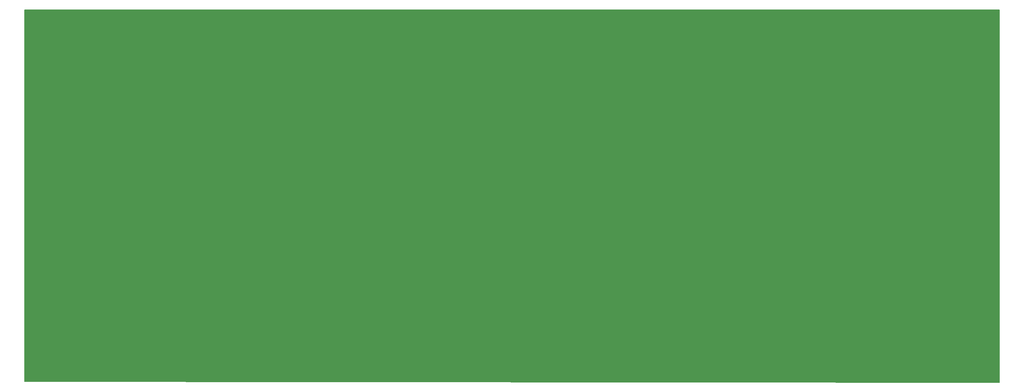
<source format=gto>
G04 #@! TF.GenerationSoftware,KiCad,Pcbnew,(5.0.2)-1*
G04 #@! TF.CreationDate,2019-01-21T23:38:19-05:00*
G04 #@! TF.ProjectId,TG4x,54473478-2e6b-4696-9361-645f70636258,rev?*
G04 #@! TF.SameCoordinates,Original*
G04 #@! TF.FileFunction,Legend,Top*
G04 #@! TF.FilePolarity,Positive*
%FSLAX46Y46*%
G04 Gerber Fmt 4.6, Leading zero omitted, Abs format (unit mm)*
G04 Created by KiCad (PCBNEW (5.0.2)-1) date 1/21/2019 11:38:19 PM*
%MOMM*%
%LPD*%
G01*
G04 APERTURE LIST*
%ADD10C,0.150000*%
%ADD11C,0.300000*%
%ADD12C,0.120000*%
G04 APERTURE END LIST*
D10*
G36*
X24892000Y-19050000D02*
X274320000Y-19050000D01*
X274320000Y-115316000D01*
X22860000Y-115062000D01*
X22860000Y-19050000D01*
X24892000Y-19050000D01*
G37*
X24892000Y-19050000D02*
X274320000Y-19050000D01*
X274320000Y-115316000D01*
X22860000Y-115062000D01*
X22860000Y-19050000D01*
X24892000Y-19050000D01*
D11*
X126238285Y-66734571D02*
X126809714Y-66734571D01*
X126452571Y-66234571D02*
X126452571Y-67520285D01*
X126524000Y-67663142D01*
X126666857Y-67734571D01*
X126809714Y-67734571D01*
X127952571Y-66734571D02*
X127952571Y-67948857D01*
X127881142Y-68091714D01*
X127809714Y-68163142D01*
X127666857Y-68234571D01*
X127452571Y-68234571D01*
X127309714Y-68163142D01*
X127952571Y-67663142D02*
X127809714Y-67734571D01*
X127524000Y-67734571D01*
X127381142Y-67663142D01*
X127309714Y-67591714D01*
X127238285Y-67448857D01*
X127238285Y-67020285D01*
X127309714Y-66877428D01*
X127381142Y-66806000D01*
X127524000Y-66734571D01*
X127809714Y-66734571D01*
X127952571Y-66806000D01*
X129309714Y-66734571D02*
X129309714Y-67734571D01*
X128952571Y-66163142D02*
X128595428Y-67234571D01*
X129524000Y-67234571D01*
X129952571Y-67734571D02*
X130738285Y-66734571D01*
X129952571Y-66734571D02*
X130738285Y-67734571D01*
D12*
G04 #@! TO.C,SW2*
X27635200Y-112471200D02*
X27635200Y-98501200D01*
X41605200Y-112471200D02*
X27635200Y-112471200D01*
X41605200Y-98501200D02*
X41605200Y-112471200D01*
X27635200Y-98501200D02*
X41605200Y-98501200D01*
G04 #@! TO.C,D39*
X229613600Y-89429400D02*
X231853600Y-89429400D01*
X229613600Y-89189400D02*
X231853600Y-89189400D01*
X229613600Y-89309400D02*
X231853600Y-89309400D01*
X230733600Y-85139400D02*
X230733600Y-85789400D01*
X230733600Y-90679400D02*
X230733600Y-90029400D01*
X229613600Y-85789400D02*
X229613600Y-90029400D01*
X231853600Y-85789400D02*
X229613600Y-85789400D01*
X231853600Y-90029400D02*
X231853600Y-85789400D01*
X229613600Y-90029400D02*
X231853600Y-90029400D01*
G04 #@! TO.C,D43*
X250873400Y-89251600D02*
X253113400Y-89251600D01*
X250873400Y-89011600D02*
X253113400Y-89011600D01*
X250873400Y-89131600D02*
X253113400Y-89131600D01*
X251993400Y-84961600D02*
X251993400Y-85611600D01*
X251993400Y-90501600D02*
X251993400Y-89851600D01*
X250873400Y-85611600D02*
X250873400Y-89851600D01*
X253113400Y-85611600D02*
X250873400Y-85611600D01*
X253113400Y-89851600D02*
X253113400Y-85611600D01*
X250873400Y-89851600D02*
X253113400Y-89851600D01*
G04 #@! TO.C,D42*
X245793400Y-70277800D02*
X248033400Y-70277800D01*
X245793400Y-70037800D02*
X248033400Y-70037800D01*
X245793400Y-70157800D02*
X248033400Y-70157800D01*
X246913400Y-65987800D02*
X246913400Y-66637800D01*
X246913400Y-71527800D02*
X246913400Y-70877800D01*
X245793400Y-66637800D02*
X245793400Y-70877800D01*
X248033400Y-66637800D02*
X245793400Y-66637800D01*
X248033400Y-70877800D02*
X248033400Y-66637800D01*
X245793400Y-70877800D02*
X248033400Y-70877800D01*
G04 #@! TO.C,SW38*
X222961200Y-60502800D02*
X236931200Y-60502800D01*
X236931200Y-60502800D02*
X236931200Y-74472800D01*
X236931200Y-74472800D02*
X222961200Y-74472800D01*
X222961200Y-74472800D02*
X222961200Y-60502800D01*
G04 #@! TO.C,D38*
X220063200Y-70877800D02*
X222303200Y-70877800D01*
X222303200Y-70877800D02*
X222303200Y-66637800D01*
X222303200Y-66637800D02*
X220063200Y-66637800D01*
X220063200Y-66637800D02*
X220063200Y-70877800D01*
X221183200Y-71527800D02*
X221183200Y-70877800D01*
X221183200Y-65987800D02*
X221183200Y-66637800D01*
X220063200Y-70157800D02*
X222303200Y-70157800D01*
X220063200Y-70037800D02*
X222303200Y-70037800D01*
X220063200Y-70277800D02*
X222303200Y-70277800D01*
G04 #@! TO.C,SW37*
X218186000Y-55397400D02*
X218186000Y-41427400D01*
X232156000Y-55397400D02*
X218186000Y-55397400D01*
X232156000Y-41427400D02*
X232156000Y-55397400D01*
X218186000Y-41427400D02*
X232156000Y-41427400D01*
G04 #@! TO.C,D1*
X25067400Y-52081800D02*
X27307400Y-52081800D01*
X27307400Y-52081800D02*
X27307400Y-47841800D01*
X27307400Y-47841800D02*
X25067400Y-47841800D01*
X25067400Y-47841800D02*
X25067400Y-52081800D01*
X26187400Y-52731800D02*
X26187400Y-52081800D01*
X26187400Y-47191800D02*
X26187400Y-47841800D01*
X25067400Y-51361800D02*
X27307400Y-51361800D01*
X25067400Y-51241800D02*
X27307400Y-51241800D01*
X25067400Y-51481800D02*
X27307400Y-51481800D01*
G04 #@! TO.C,D2*
X25169000Y-108276200D02*
X27409000Y-108276200D01*
X25169000Y-108036200D02*
X27409000Y-108036200D01*
X25169000Y-108156200D02*
X27409000Y-108156200D01*
X26289000Y-103986200D02*
X26289000Y-104636200D01*
X26289000Y-109526200D02*
X26289000Y-108876200D01*
X25169000Y-104636200D02*
X25169000Y-108876200D01*
X27409000Y-104636200D02*
X25169000Y-104636200D01*
X27409000Y-108876200D02*
X27409000Y-104636200D01*
X25169000Y-108876200D02*
X27409000Y-108876200D01*
G04 #@! TO.C,D3*
X27099400Y-70201600D02*
X29339400Y-70201600D01*
X27099400Y-69961600D02*
X29339400Y-69961600D01*
X27099400Y-70081600D02*
X29339400Y-70081600D01*
X28219400Y-65911600D02*
X28219400Y-66561600D01*
X28219400Y-71451600D02*
X28219400Y-70801600D01*
X27099400Y-66561600D02*
X27099400Y-70801600D01*
X29339400Y-66561600D02*
X27099400Y-66561600D01*
X29339400Y-70801600D02*
X29339400Y-66561600D01*
X27099400Y-70801600D02*
X29339400Y-70801600D01*
G04 #@! TO.C,D4*
X32103200Y-89851600D02*
X34343200Y-89851600D01*
X34343200Y-89851600D02*
X34343200Y-85611600D01*
X34343200Y-85611600D02*
X32103200Y-85611600D01*
X32103200Y-85611600D02*
X32103200Y-89851600D01*
X33223200Y-90501600D02*
X33223200Y-89851600D01*
X33223200Y-84961600D02*
X33223200Y-85611600D01*
X32103200Y-89131600D02*
X34343200Y-89131600D01*
X32103200Y-89011600D02*
X34343200Y-89011600D01*
X32103200Y-89251600D02*
X34343200Y-89251600D01*
G04 #@! TO.C,D5*
X43812600Y-51253200D02*
X46052600Y-51253200D01*
X43812600Y-51013200D02*
X46052600Y-51013200D01*
X43812600Y-51133200D02*
X46052600Y-51133200D01*
X44932600Y-46963200D02*
X44932600Y-47613200D01*
X44932600Y-52503200D02*
X44932600Y-51853200D01*
X43812600Y-47613200D02*
X43812600Y-51853200D01*
X46052600Y-47613200D02*
X43812600Y-47613200D01*
X46052600Y-51853200D02*
X46052600Y-47613200D01*
X43812600Y-51853200D02*
X46052600Y-51853200D01*
G04 #@! TO.C,D6*
X44117400Y-108927000D02*
X46357400Y-108927000D01*
X46357400Y-108927000D02*
X46357400Y-104687000D01*
X46357400Y-104687000D02*
X44117400Y-104687000D01*
X44117400Y-104687000D02*
X44117400Y-108927000D01*
X45237400Y-109577000D02*
X45237400Y-108927000D01*
X45237400Y-104037000D02*
X45237400Y-104687000D01*
X44117400Y-108207000D02*
X46357400Y-108207000D01*
X44117400Y-108087000D02*
X46357400Y-108087000D01*
X44117400Y-108327000D02*
X46357400Y-108327000D01*
G04 #@! TO.C,D7*
X48410000Y-70776200D02*
X50650000Y-70776200D01*
X50650000Y-70776200D02*
X50650000Y-66536200D01*
X50650000Y-66536200D02*
X48410000Y-66536200D01*
X48410000Y-66536200D02*
X48410000Y-70776200D01*
X49530000Y-71426200D02*
X49530000Y-70776200D01*
X49530000Y-65886200D02*
X49530000Y-66536200D01*
X48410000Y-70056200D02*
X50650000Y-70056200D01*
X48410000Y-69936200D02*
X50650000Y-69936200D01*
X48410000Y-70176200D02*
X50650000Y-70176200D01*
G04 #@! TO.C,D8*
X58138200Y-89851600D02*
X60378200Y-89851600D01*
X60378200Y-89851600D02*
X60378200Y-85611600D01*
X60378200Y-85611600D02*
X58138200Y-85611600D01*
X58138200Y-85611600D02*
X58138200Y-89851600D01*
X59258200Y-90501600D02*
X59258200Y-89851600D01*
X59258200Y-84961600D02*
X59258200Y-85611600D01*
X58138200Y-89131600D02*
X60378200Y-89131600D01*
X58138200Y-89011600D02*
X60378200Y-89011600D01*
X58138200Y-89251600D02*
X60378200Y-89251600D01*
G04 #@! TO.C,D9*
X62380000Y-51777000D02*
X64620000Y-51777000D01*
X64620000Y-51777000D02*
X64620000Y-47537000D01*
X64620000Y-47537000D02*
X62380000Y-47537000D01*
X62380000Y-47537000D02*
X62380000Y-51777000D01*
X63500000Y-52427000D02*
X63500000Y-51777000D01*
X63500000Y-46887000D02*
X63500000Y-47537000D01*
X62380000Y-51057000D02*
X64620000Y-51057000D01*
X62380000Y-50937000D02*
X64620000Y-50937000D01*
X62380000Y-51177000D02*
X64620000Y-51177000D01*
G04 #@! TO.C,D10*
X63116600Y-108327000D02*
X65356600Y-108327000D01*
X63116600Y-108087000D02*
X65356600Y-108087000D01*
X63116600Y-108207000D02*
X65356600Y-108207000D01*
X64236600Y-104037000D02*
X64236600Y-104687000D01*
X64236600Y-109577000D02*
X64236600Y-108927000D01*
X63116600Y-104687000D02*
X63116600Y-108927000D01*
X65356600Y-104687000D02*
X63116600Y-104687000D01*
X65356600Y-108927000D02*
X65356600Y-104687000D01*
X63116600Y-108927000D02*
X65356600Y-108927000D01*
G04 #@! TO.C,D11*
X67561600Y-70506400D02*
X69801600Y-70506400D01*
X67561600Y-70266400D02*
X69801600Y-70266400D01*
X67561600Y-70386400D02*
X69801600Y-70386400D01*
X68681600Y-66216400D02*
X68681600Y-66866400D01*
X68681600Y-71756400D02*
X68681600Y-71106400D01*
X67561600Y-66866400D02*
X67561600Y-71106400D01*
X69801600Y-66866400D02*
X67561600Y-66866400D01*
X69801600Y-71106400D02*
X69801600Y-66866400D01*
X67561600Y-71106400D02*
X69801600Y-71106400D01*
G04 #@! TO.C,D12*
X76883400Y-89327800D02*
X79123400Y-89327800D01*
X76883400Y-89087800D02*
X79123400Y-89087800D01*
X76883400Y-89207800D02*
X79123400Y-89207800D01*
X78003400Y-85037800D02*
X78003400Y-85687800D01*
X78003400Y-90577800D02*
X78003400Y-89927800D01*
X76883400Y-85687800D02*
X76883400Y-89927800D01*
X79123400Y-85687800D02*
X76883400Y-85687800D01*
X79123400Y-89927800D02*
X79123400Y-85687800D01*
X76883400Y-89927800D02*
X79123400Y-89927800D01*
G04 #@! TO.C,D13*
X81607800Y-51777000D02*
X83847800Y-51777000D01*
X83847800Y-51777000D02*
X83847800Y-47537000D01*
X83847800Y-47537000D02*
X81607800Y-47537000D01*
X81607800Y-47537000D02*
X81607800Y-51777000D01*
X82727800Y-52427000D02*
X82727800Y-51777000D01*
X82727800Y-46887000D02*
X82727800Y-47537000D01*
X81607800Y-51057000D02*
X83847800Y-51057000D01*
X81607800Y-50937000D02*
X83847800Y-50937000D01*
X81607800Y-51177000D02*
X83847800Y-51177000D01*
G04 #@! TO.C,D14*
X86764000Y-70252400D02*
X89004000Y-70252400D01*
X86764000Y-70012400D02*
X89004000Y-70012400D01*
X86764000Y-70132400D02*
X89004000Y-70132400D01*
X87884000Y-65962400D02*
X87884000Y-66612400D01*
X87884000Y-71502400D02*
X87884000Y-70852400D01*
X86764000Y-66612400D02*
X86764000Y-70852400D01*
X89004000Y-66612400D02*
X86764000Y-66612400D01*
X89004000Y-70852400D02*
X89004000Y-66612400D01*
X86764000Y-70852400D02*
X89004000Y-70852400D01*
G04 #@! TO.C,D15*
X96517600Y-89953200D02*
X98757600Y-89953200D01*
X98757600Y-89953200D02*
X98757600Y-85713200D01*
X98757600Y-85713200D02*
X96517600Y-85713200D01*
X96517600Y-85713200D02*
X96517600Y-89953200D01*
X97637600Y-90603200D02*
X97637600Y-89953200D01*
X97637600Y-85063200D02*
X97637600Y-85713200D01*
X96517600Y-89233200D02*
X98757600Y-89233200D01*
X96517600Y-89113200D02*
X98757600Y-89113200D01*
X96517600Y-89353200D02*
X98757600Y-89353200D01*
G04 #@! TO.C,D16*
X100708600Y-51227800D02*
X102948600Y-51227800D01*
X100708600Y-50987800D02*
X102948600Y-50987800D01*
X100708600Y-51107800D02*
X102948600Y-51107800D01*
X101828600Y-46937800D02*
X101828600Y-47587800D01*
X101828600Y-52477800D02*
X101828600Y-51827800D01*
X100708600Y-47587800D02*
X100708600Y-51827800D01*
X102948600Y-47587800D02*
X100708600Y-47587800D01*
X102948600Y-51827800D02*
X102948600Y-47587800D01*
X100708600Y-51827800D02*
X102948600Y-51827800D01*
G04 #@! TO.C,D17*
X105585400Y-70903200D02*
X107825400Y-70903200D01*
X107825400Y-70903200D02*
X107825400Y-66663200D01*
X107825400Y-66663200D02*
X105585400Y-66663200D01*
X105585400Y-66663200D02*
X105585400Y-70903200D01*
X106705400Y-71553200D02*
X106705400Y-70903200D01*
X106705400Y-66013200D02*
X106705400Y-66663200D01*
X105585400Y-70183200D02*
X107825400Y-70183200D01*
X105585400Y-70063200D02*
X107825400Y-70063200D01*
X105585400Y-70303200D02*
X107825400Y-70303200D01*
G04 #@! TO.C,D18*
X115516800Y-89581800D02*
X117756800Y-89581800D01*
X115516800Y-89341800D02*
X117756800Y-89341800D01*
X115516800Y-89461800D02*
X117756800Y-89461800D01*
X116636800Y-85291800D02*
X116636800Y-85941800D01*
X116636800Y-90831800D02*
X116636800Y-90181800D01*
X115516800Y-85941800D02*
X115516800Y-90181800D01*
X117756800Y-85941800D02*
X115516800Y-85941800D01*
X117756800Y-90181800D02*
X117756800Y-85941800D01*
X115516800Y-90181800D02*
X117756800Y-90181800D01*
G04 #@! TO.C,D19*
X119885600Y-51802400D02*
X122125600Y-51802400D01*
X122125600Y-51802400D02*
X122125600Y-47562400D01*
X122125600Y-47562400D02*
X119885600Y-47562400D01*
X119885600Y-47562400D02*
X119885600Y-51802400D01*
X121005600Y-52452400D02*
X121005600Y-51802400D01*
X121005600Y-46912400D02*
X121005600Y-47562400D01*
X119885600Y-51082400D02*
X122125600Y-51082400D01*
X119885600Y-50962400D02*
X122125600Y-50962400D01*
X119885600Y-51202400D02*
X122125600Y-51202400D01*
G04 #@! TO.C,D20*
X124813200Y-70328600D02*
X127053200Y-70328600D01*
X124813200Y-70088600D02*
X127053200Y-70088600D01*
X124813200Y-70208600D02*
X127053200Y-70208600D01*
X125933200Y-66038600D02*
X125933200Y-66688600D01*
X125933200Y-71578600D02*
X125933200Y-70928600D01*
X124813200Y-66688600D02*
X124813200Y-70928600D01*
X127053200Y-66688600D02*
X124813200Y-66688600D01*
X127053200Y-70928600D02*
X127053200Y-66688600D01*
X124813200Y-70928600D02*
X127053200Y-70928600D01*
G04 #@! TO.C,D21*
X134389000Y-90004000D02*
X136629000Y-90004000D01*
X136629000Y-90004000D02*
X136629000Y-85764000D01*
X136629000Y-85764000D02*
X134389000Y-85764000D01*
X134389000Y-85764000D02*
X134389000Y-90004000D01*
X135509000Y-90654000D02*
X135509000Y-90004000D01*
X135509000Y-85114000D02*
X135509000Y-85764000D01*
X134389000Y-89284000D02*
X136629000Y-89284000D01*
X134389000Y-89164000D02*
X136629000Y-89164000D01*
X134389000Y-89404000D02*
X136629000Y-89404000D01*
G04 #@! TO.C,D22*
X139367400Y-108403200D02*
X141607400Y-108403200D01*
X139367400Y-108163200D02*
X141607400Y-108163200D01*
X139367400Y-108283200D02*
X141607400Y-108283200D01*
X140487400Y-104113200D02*
X140487400Y-104763200D01*
X140487400Y-109653200D02*
X140487400Y-109003200D01*
X139367400Y-104763200D02*
X139367400Y-109003200D01*
X141607400Y-104763200D02*
X139367400Y-104763200D01*
X141607400Y-109003200D02*
X141607400Y-104763200D01*
X139367400Y-109003200D02*
X141607400Y-109003200D01*
G04 #@! TO.C,D23*
X138910200Y-51904000D02*
X141150200Y-51904000D01*
X141150200Y-51904000D02*
X141150200Y-47664000D01*
X141150200Y-47664000D02*
X138910200Y-47664000D01*
X138910200Y-47664000D02*
X138910200Y-51904000D01*
X140030200Y-52554000D02*
X140030200Y-51904000D01*
X140030200Y-47014000D02*
X140030200Y-47664000D01*
X138910200Y-51184000D02*
X141150200Y-51184000D01*
X138910200Y-51064000D02*
X141150200Y-51064000D01*
X138910200Y-51304000D02*
X141150200Y-51304000D01*
G04 #@! TO.C,D24*
X143736200Y-70303200D02*
X145976200Y-70303200D01*
X143736200Y-70063200D02*
X145976200Y-70063200D01*
X143736200Y-70183200D02*
X145976200Y-70183200D01*
X144856200Y-66013200D02*
X144856200Y-66663200D01*
X144856200Y-71553200D02*
X144856200Y-70903200D01*
X143736200Y-66663200D02*
X143736200Y-70903200D01*
X145976200Y-66663200D02*
X143736200Y-66663200D01*
X145976200Y-70903200D02*
X145976200Y-66663200D01*
X143736200Y-70903200D02*
X145976200Y-70903200D01*
G04 #@! TO.C,D25*
X153185000Y-89927800D02*
X155425000Y-89927800D01*
X155425000Y-89927800D02*
X155425000Y-85687800D01*
X155425000Y-85687800D02*
X153185000Y-85687800D01*
X153185000Y-85687800D02*
X153185000Y-89927800D01*
X154305000Y-90577800D02*
X154305000Y-89927800D01*
X154305000Y-85037800D02*
X154305000Y-85687800D01*
X153185000Y-89207800D02*
X155425000Y-89207800D01*
X153185000Y-89087800D02*
X155425000Y-89087800D01*
X153185000Y-89327800D02*
X155425000Y-89327800D01*
G04 #@! TO.C,D26*
X158112600Y-51227800D02*
X160352600Y-51227800D01*
X158112600Y-50987800D02*
X160352600Y-50987800D01*
X158112600Y-51107800D02*
X160352600Y-51107800D01*
X159232600Y-46937800D02*
X159232600Y-47587800D01*
X159232600Y-52477800D02*
X159232600Y-51827800D01*
X158112600Y-47587800D02*
X158112600Y-51827800D01*
X160352600Y-47587800D02*
X158112600Y-47587800D01*
X160352600Y-51827800D02*
X160352600Y-47587800D01*
X158112600Y-51827800D02*
X160352600Y-51827800D01*
G04 #@! TO.C,D27*
X162811600Y-70928600D02*
X165051600Y-70928600D01*
X165051600Y-70928600D02*
X165051600Y-66688600D01*
X165051600Y-66688600D02*
X162811600Y-66688600D01*
X162811600Y-66688600D02*
X162811600Y-70928600D01*
X163931600Y-71578600D02*
X163931600Y-70928600D01*
X163931600Y-66038600D02*
X163931600Y-66688600D01*
X162811600Y-70208600D02*
X165051600Y-70208600D01*
X162811600Y-70088600D02*
X165051600Y-70088600D01*
X162811600Y-70328600D02*
X165051600Y-70328600D01*
G04 #@! TO.C,D28*
X172387400Y-89404000D02*
X174627400Y-89404000D01*
X172387400Y-89164000D02*
X174627400Y-89164000D01*
X172387400Y-89284000D02*
X174627400Y-89284000D01*
X173507400Y-85114000D02*
X173507400Y-85764000D01*
X173507400Y-90654000D02*
X173507400Y-90004000D01*
X172387400Y-85764000D02*
X172387400Y-90004000D01*
X174627400Y-85764000D02*
X172387400Y-85764000D01*
X174627400Y-90004000D02*
X174627400Y-85764000D01*
X172387400Y-90004000D02*
X174627400Y-90004000D01*
G04 #@! TO.C,D29*
X177340400Y-51802400D02*
X179580400Y-51802400D01*
X179580400Y-51802400D02*
X179580400Y-47562400D01*
X179580400Y-47562400D02*
X177340400Y-47562400D01*
X177340400Y-47562400D02*
X177340400Y-51802400D01*
X178460400Y-52452400D02*
X178460400Y-51802400D01*
X178460400Y-46912400D02*
X178460400Y-47562400D01*
X177340400Y-51082400D02*
X179580400Y-51082400D01*
X177340400Y-50962400D02*
X179580400Y-50962400D01*
X177340400Y-51202400D02*
X179580400Y-51202400D01*
G04 #@! TO.C,D30*
X182268000Y-70928600D02*
X184508000Y-70928600D01*
X184508000Y-70928600D02*
X184508000Y-66688600D01*
X184508000Y-66688600D02*
X182268000Y-66688600D01*
X182268000Y-66688600D02*
X182268000Y-70928600D01*
X183388000Y-71578600D02*
X183388000Y-70928600D01*
X183388000Y-66038600D02*
X183388000Y-66688600D01*
X182268000Y-70208600D02*
X184508000Y-70208600D01*
X182268000Y-70088600D02*
X184508000Y-70088600D01*
X182268000Y-70328600D02*
X184508000Y-70328600D01*
G04 #@! TO.C,D31*
X191285000Y-90181800D02*
X193525000Y-90181800D01*
X193525000Y-90181800D02*
X193525000Y-85941800D01*
X193525000Y-85941800D02*
X191285000Y-85941800D01*
X191285000Y-85941800D02*
X191285000Y-90181800D01*
X192405000Y-90831800D02*
X192405000Y-90181800D01*
X192405000Y-85291800D02*
X192405000Y-85941800D01*
X191285000Y-89461800D02*
X193525000Y-89461800D01*
X191285000Y-89341800D02*
X193525000Y-89341800D01*
X191285000Y-89581800D02*
X193525000Y-89581800D01*
G04 #@! TO.C,D32*
X196009400Y-108327000D02*
X198249400Y-108327000D01*
X196009400Y-108087000D02*
X198249400Y-108087000D01*
X196009400Y-108207000D02*
X198249400Y-108207000D01*
X197129400Y-104037000D02*
X197129400Y-104687000D01*
X197129400Y-109577000D02*
X197129400Y-108927000D01*
X196009400Y-104687000D02*
X196009400Y-108927000D01*
X198249400Y-104687000D02*
X196009400Y-104687000D01*
X198249400Y-108927000D02*
X198249400Y-104687000D01*
X196009400Y-108927000D02*
X198249400Y-108927000D01*
G04 #@! TO.C,D33*
X196365000Y-51253200D02*
X198605000Y-51253200D01*
X196365000Y-51013200D02*
X198605000Y-51013200D01*
X196365000Y-51133200D02*
X198605000Y-51133200D01*
X197485000Y-46963200D02*
X197485000Y-47613200D01*
X197485000Y-52503200D02*
X197485000Y-51853200D01*
X196365000Y-47613200D02*
X196365000Y-51853200D01*
X198605000Y-47613200D02*
X196365000Y-47613200D01*
X198605000Y-51853200D02*
X198605000Y-47613200D01*
X196365000Y-51853200D02*
X198605000Y-51853200D01*
G04 #@! TO.C,D34*
X201089400Y-70328600D02*
X203329400Y-70328600D01*
X201089400Y-70088600D02*
X203329400Y-70088600D01*
X201089400Y-70208600D02*
X203329400Y-70208600D01*
X202209400Y-66038600D02*
X202209400Y-66688600D01*
X202209400Y-71578600D02*
X202209400Y-70928600D01*
X201089400Y-66688600D02*
X201089400Y-70928600D01*
X203329400Y-66688600D02*
X201089400Y-66688600D01*
X203329400Y-70928600D02*
X203329400Y-66688600D01*
X201089400Y-70928600D02*
X203329400Y-70928600D01*
G04 #@! TO.C,D35*
X210639800Y-89902400D02*
X212879800Y-89902400D01*
X212879800Y-89902400D02*
X212879800Y-85662400D01*
X212879800Y-85662400D02*
X210639800Y-85662400D01*
X210639800Y-85662400D02*
X210639800Y-89902400D01*
X211759800Y-90552400D02*
X211759800Y-89902400D01*
X211759800Y-85012400D02*
X211759800Y-85662400D01*
X210639800Y-89182400D02*
X212879800Y-89182400D01*
X210639800Y-89062400D02*
X212879800Y-89062400D01*
X210639800Y-89302400D02*
X212879800Y-89302400D01*
G04 #@! TO.C,D36*
X215211800Y-108454000D02*
X217451800Y-108454000D01*
X215211800Y-108214000D02*
X217451800Y-108214000D01*
X215211800Y-108334000D02*
X217451800Y-108334000D01*
X216331800Y-104164000D02*
X216331800Y-104814000D01*
X216331800Y-109704000D02*
X216331800Y-109054000D01*
X215211800Y-104814000D02*
X215211800Y-109054000D01*
X217451800Y-104814000D02*
X215211800Y-104814000D01*
X217451800Y-109054000D02*
X217451800Y-104814000D01*
X215211800Y-109054000D02*
X217451800Y-109054000D01*
G04 #@! TO.C,D37*
X214729200Y-51700800D02*
X216969200Y-51700800D01*
X216969200Y-51700800D02*
X216969200Y-47460800D01*
X216969200Y-47460800D02*
X214729200Y-47460800D01*
X214729200Y-47460800D02*
X214729200Y-51700800D01*
X215849200Y-52350800D02*
X215849200Y-51700800D01*
X215849200Y-46810800D02*
X215849200Y-47460800D01*
X214729200Y-50980800D02*
X216969200Y-50980800D01*
X214729200Y-50860800D02*
X216969200Y-50860800D01*
X214729200Y-51100800D02*
X216969200Y-51100800D01*
G04 #@! TO.C,D40*
X234338000Y-108454000D02*
X236578000Y-108454000D01*
X234338000Y-108214000D02*
X236578000Y-108214000D01*
X234338000Y-108334000D02*
X236578000Y-108334000D01*
X235458000Y-104164000D02*
X235458000Y-104814000D01*
X235458000Y-109704000D02*
X235458000Y-109054000D01*
X234338000Y-104814000D02*
X234338000Y-109054000D01*
X236578000Y-104814000D02*
X234338000Y-104814000D01*
X236578000Y-109054000D02*
X236578000Y-104814000D01*
X234338000Y-109054000D02*
X236578000Y-109054000D01*
G04 #@! TO.C,D41*
X234363400Y-51853200D02*
X236603400Y-51853200D01*
X236603400Y-51853200D02*
X236603400Y-47613200D01*
X236603400Y-47613200D02*
X234363400Y-47613200D01*
X234363400Y-47613200D02*
X234363400Y-51853200D01*
X235483400Y-52503200D02*
X235483400Y-51853200D01*
X235483400Y-46963200D02*
X235483400Y-47613200D01*
X234363400Y-51133200D02*
X236603400Y-51133200D01*
X234363400Y-51013200D02*
X236603400Y-51013200D01*
X234363400Y-51253200D02*
X236603400Y-51253200D01*
G04 #@! TO.C,D44*
X253515000Y-108927000D02*
X255755000Y-108927000D01*
X255755000Y-108927000D02*
X255755000Y-104687000D01*
X255755000Y-104687000D02*
X253515000Y-104687000D01*
X253515000Y-104687000D02*
X253515000Y-108927000D01*
X254635000Y-109577000D02*
X254635000Y-108927000D01*
X254635000Y-104037000D02*
X254635000Y-104687000D01*
X253515000Y-108207000D02*
X255755000Y-108207000D01*
X253515000Y-108087000D02*
X255755000Y-108087000D01*
X253515000Y-108327000D02*
X255755000Y-108327000D01*
G04 #@! TO.C,D45*
X253337200Y-51675400D02*
X255577200Y-51675400D01*
X255577200Y-51675400D02*
X255577200Y-47435400D01*
X255577200Y-47435400D02*
X253337200Y-47435400D01*
X253337200Y-47435400D02*
X253337200Y-51675400D01*
X254457200Y-52325400D02*
X254457200Y-51675400D01*
X254457200Y-46785400D02*
X254457200Y-47435400D01*
X253337200Y-50955400D02*
X255577200Y-50955400D01*
X253337200Y-50835400D02*
X255577200Y-50835400D01*
X253337200Y-51075400D02*
X255577200Y-51075400D01*
G04 #@! TO.C,SW1*
X27635200Y-41402000D02*
X41605200Y-41402000D01*
X41605200Y-41402000D02*
X41605200Y-55372000D01*
X41605200Y-55372000D02*
X27635200Y-55372000D01*
X27635200Y-55372000D02*
X27635200Y-41402000D01*
G04 #@! TO.C,SW3*
X30022800Y-60401200D02*
X43992800Y-60401200D01*
X43992800Y-60401200D02*
X43992800Y-74371200D01*
X43992800Y-74371200D02*
X30022800Y-74371200D01*
X30022800Y-74371200D02*
X30022800Y-60401200D01*
G04 #@! TO.C,SW4*
X34798000Y-79451200D02*
X48768000Y-79451200D01*
X48768000Y-79451200D02*
X48768000Y-93421200D01*
X48768000Y-93421200D02*
X34798000Y-93421200D01*
X34798000Y-93421200D02*
X34798000Y-79451200D01*
G04 #@! TO.C,SW5*
X46659800Y-41452800D02*
X60629800Y-41452800D01*
X60629800Y-41452800D02*
X60629800Y-55422800D01*
X60629800Y-55422800D02*
X46659800Y-55422800D01*
X46659800Y-55422800D02*
X46659800Y-41452800D01*
G04 #@! TO.C,SW6*
X46685200Y-98501200D02*
X60655200Y-98501200D01*
X60655200Y-98501200D02*
X60655200Y-112471200D01*
X60655200Y-112471200D02*
X46685200Y-112471200D01*
X46685200Y-112471200D02*
X46685200Y-98501200D01*
G04 #@! TO.C,SW7*
X51460400Y-74371200D02*
X51460400Y-60401200D01*
X65430400Y-74371200D02*
X51460400Y-74371200D01*
X65430400Y-60401200D02*
X65430400Y-74371200D01*
X51460400Y-60401200D02*
X65430400Y-60401200D01*
G04 #@! TO.C,SW8*
X60985400Y-79425800D02*
X74955400Y-79425800D01*
X74955400Y-79425800D02*
X74955400Y-93395800D01*
X74955400Y-93395800D02*
X60985400Y-93395800D01*
X60985400Y-93395800D02*
X60985400Y-79425800D01*
G04 #@! TO.C,SW9*
X65786000Y-55422800D02*
X65786000Y-41452800D01*
X79756000Y-55422800D02*
X65786000Y-55422800D01*
X79756000Y-41452800D02*
X79756000Y-55422800D01*
X65786000Y-41452800D02*
X79756000Y-41452800D01*
G04 #@! TO.C,SW10*
X65735200Y-112471200D02*
X65735200Y-98501200D01*
X79705200Y-112471200D02*
X65735200Y-112471200D01*
X79705200Y-98501200D02*
X79705200Y-112471200D01*
X65735200Y-98501200D02*
X79705200Y-98501200D01*
G04 #@! TO.C,SW11*
X70535800Y-74371200D02*
X70535800Y-60401200D01*
X84505800Y-74371200D02*
X70535800Y-74371200D01*
X84505800Y-60401200D02*
X84505800Y-74371200D01*
X70535800Y-60401200D02*
X84505800Y-60401200D01*
G04 #@! TO.C,SW12*
X80060800Y-79451200D02*
X94030800Y-79451200D01*
X94030800Y-79451200D02*
X94030800Y-93421200D01*
X94030800Y-93421200D02*
X80060800Y-93421200D01*
X80060800Y-93421200D02*
X80060800Y-79451200D01*
G04 #@! TO.C,SW13*
X84836000Y-41325800D02*
X98806000Y-41325800D01*
X98806000Y-41325800D02*
X98806000Y-55295800D01*
X98806000Y-55295800D02*
X84836000Y-55295800D01*
X84836000Y-55295800D02*
X84836000Y-41325800D01*
G04 #@! TO.C,SW14*
X89585800Y-74523600D02*
X89585800Y-60553600D01*
X103555800Y-74523600D02*
X89585800Y-74523600D01*
X103555800Y-60553600D02*
X103555800Y-74523600D01*
X89585800Y-60553600D02*
X103555800Y-60553600D01*
G04 #@! TO.C,SW15*
X99110800Y-79527400D02*
X113080800Y-79527400D01*
X113080800Y-79527400D02*
X113080800Y-93497400D01*
X113080800Y-93497400D02*
X99110800Y-93497400D01*
X99110800Y-93497400D02*
X99110800Y-79527400D01*
G04 #@! TO.C,SW16*
X103809800Y-55448200D02*
X103809800Y-41478200D01*
X117779800Y-55448200D02*
X103809800Y-55448200D01*
X117779800Y-41478200D02*
X117779800Y-55448200D01*
X103809800Y-41478200D02*
X117779800Y-41478200D01*
G04 #@! TO.C,SW17*
X108661200Y-60452000D02*
X122631200Y-60452000D01*
X122631200Y-60452000D02*
X122631200Y-74422000D01*
X122631200Y-74422000D02*
X108661200Y-74422000D01*
X108661200Y-74422000D02*
X108661200Y-60452000D01*
G04 #@! TO.C,SW18*
X118135400Y-93395800D02*
X118135400Y-79425800D01*
X132105400Y-93395800D02*
X118135400Y-93395800D01*
X132105400Y-79425800D02*
X132105400Y-93395800D01*
X118135400Y-79425800D02*
X132105400Y-79425800D01*
G04 #@! TO.C,SW19*
X122859800Y-41402000D02*
X136829800Y-41402000D01*
X136829800Y-41402000D02*
X136829800Y-55372000D01*
X136829800Y-55372000D02*
X122859800Y-55372000D01*
X122859800Y-55372000D02*
X122859800Y-41402000D01*
G04 #@! TO.C,SW20*
X127685800Y-74447400D02*
X127685800Y-60477400D01*
X141655800Y-74447400D02*
X127685800Y-74447400D01*
X141655800Y-60477400D02*
X141655800Y-74447400D01*
X127685800Y-60477400D02*
X141655800Y-60477400D01*
G04 #@! TO.C,SW21*
X137185400Y-79527400D02*
X151155400Y-79527400D01*
X151155400Y-79527400D02*
X151155400Y-93497400D01*
X151155400Y-93497400D02*
X137185400Y-93497400D01*
X137185400Y-93497400D02*
X137185400Y-79527400D01*
G04 #@! TO.C,SW22*
X142011400Y-112598200D02*
X142011400Y-98628200D01*
X155981400Y-112598200D02*
X142011400Y-112598200D01*
X155981400Y-98628200D02*
X155981400Y-112598200D01*
X142011400Y-98628200D02*
X155981400Y-98628200D01*
G04 #@! TO.C,SW23*
X141960600Y-41427400D02*
X155930600Y-41427400D01*
X155930600Y-41427400D02*
X155930600Y-55397400D01*
X155930600Y-55397400D02*
X141960600Y-55397400D01*
X141960600Y-55397400D02*
X141960600Y-41427400D01*
G04 #@! TO.C,SW24*
X146735800Y-74472800D02*
X146735800Y-60502800D01*
X160705800Y-74472800D02*
X146735800Y-74472800D01*
X160705800Y-60502800D02*
X160705800Y-74472800D01*
X146735800Y-60502800D02*
X160705800Y-60502800D01*
G04 #@! TO.C,SW25*
X156337000Y-79527400D02*
X170307000Y-79527400D01*
X170307000Y-79527400D02*
X170307000Y-93497400D01*
X170307000Y-93497400D02*
X156337000Y-93497400D01*
X156337000Y-93497400D02*
X156337000Y-79527400D01*
G04 #@! TO.C,SW26*
X161061400Y-55448200D02*
X161061400Y-41478200D01*
X175031400Y-55448200D02*
X161061400Y-55448200D01*
X175031400Y-41478200D02*
X175031400Y-55448200D01*
X161061400Y-41478200D02*
X175031400Y-41478200D01*
G04 #@! TO.C,SW27*
X165785800Y-60528200D02*
X179755800Y-60528200D01*
X179755800Y-60528200D02*
X179755800Y-74498200D01*
X179755800Y-74498200D02*
X165785800Y-74498200D01*
X165785800Y-74498200D02*
X165785800Y-60528200D01*
G04 #@! TO.C,SW28*
X175387000Y-93522800D02*
X175387000Y-79552800D01*
X189357000Y-93522800D02*
X175387000Y-93522800D01*
X189357000Y-79552800D02*
X189357000Y-93522800D01*
X175387000Y-79552800D02*
X189357000Y-79552800D01*
G04 #@! TO.C,SW29*
X180060600Y-41402000D02*
X194030600Y-41402000D01*
X194030600Y-41402000D02*
X194030600Y-55372000D01*
X194030600Y-55372000D02*
X180060600Y-55372000D01*
X180060600Y-55372000D02*
X180060600Y-41402000D01*
G04 #@! TO.C,SW30*
X184861200Y-74472800D02*
X184861200Y-60502800D01*
X198831200Y-74472800D02*
X184861200Y-74472800D01*
X198831200Y-60502800D02*
X198831200Y-74472800D01*
X184861200Y-60502800D02*
X198831200Y-60502800D01*
G04 #@! TO.C,SW31*
X194411600Y-79527400D02*
X208381600Y-79527400D01*
X208381600Y-79527400D02*
X208381600Y-93497400D01*
X208381600Y-93497400D02*
X194411600Y-93497400D01*
X194411600Y-93497400D02*
X194411600Y-79527400D01*
G04 #@! TO.C,SW32*
X199136000Y-98552000D02*
X213106000Y-98552000D01*
X213106000Y-98552000D02*
X213106000Y-112522000D01*
X213106000Y-112522000D02*
X199136000Y-112522000D01*
X199136000Y-112522000D02*
X199136000Y-98552000D01*
G04 #@! TO.C,SW33*
X199136000Y-55397400D02*
X199136000Y-41427400D01*
X213106000Y-55397400D02*
X199136000Y-55397400D01*
X213106000Y-41427400D02*
X213106000Y-55397400D01*
X199136000Y-41427400D02*
X213106000Y-41427400D01*
G04 #@! TO.C,SW34*
X203911200Y-60452000D02*
X217881200Y-60452000D01*
X217881200Y-60452000D02*
X217881200Y-74422000D01*
X217881200Y-74422000D02*
X203911200Y-74422000D01*
X203911200Y-74422000D02*
X203911200Y-60452000D01*
G04 #@! TO.C,SW35*
X213436200Y-93472000D02*
X213436200Y-79502000D01*
X227406200Y-93472000D02*
X213436200Y-93472000D01*
X227406200Y-79502000D02*
X227406200Y-93472000D01*
X213436200Y-79502000D02*
X227406200Y-79502000D01*
G04 #@! TO.C,SW36*
X218135200Y-98602800D02*
X232105200Y-98602800D01*
X232105200Y-98602800D02*
X232105200Y-112572800D01*
X232105200Y-112572800D02*
X218135200Y-112572800D01*
X218135200Y-112572800D02*
X218135200Y-98602800D01*
G04 #@! TO.C,SW39*
X232511600Y-93548200D02*
X232511600Y-79578200D01*
X246481600Y-93548200D02*
X232511600Y-93548200D01*
X246481600Y-79578200D02*
X246481600Y-93548200D01*
X232511600Y-79578200D02*
X246481600Y-79578200D01*
G04 #@! TO.C,SW40*
X237261400Y-98602800D02*
X251231400Y-98602800D01*
X251231400Y-98602800D02*
X251231400Y-112572800D01*
X251231400Y-112572800D02*
X237261400Y-112572800D01*
X237261400Y-112572800D02*
X237261400Y-98602800D01*
G04 #@! TO.C,SW41*
X237236000Y-55422800D02*
X237236000Y-41452800D01*
X251206000Y-55422800D02*
X237236000Y-55422800D01*
X251206000Y-41452800D02*
X251206000Y-55422800D01*
X237236000Y-41452800D02*
X251206000Y-41452800D01*
G04 #@! TO.C,SW42*
X249148600Y-74447400D02*
X249148600Y-60477400D01*
X263118600Y-74447400D02*
X249148600Y-74447400D01*
X263118600Y-60477400D02*
X263118600Y-74447400D01*
X249148600Y-60477400D02*
X263118600Y-60477400D01*
G04 #@! TO.C,SW43*
X253898400Y-93472000D02*
X253898400Y-79502000D01*
X267868400Y-93472000D02*
X253898400Y-93472000D01*
X267868400Y-79502000D02*
X267868400Y-93472000D01*
X253898400Y-79502000D02*
X267868400Y-79502000D01*
G04 #@! TO.C,SW44*
X256362200Y-112547400D02*
X256362200Y-98577400D01*
X270332200Y-112547400D02*
X256362200Y-112547400D01*
X270332200Y-98577400D02*
X270332200Y-112547400D01*
X256362200Y-98577400D02*
X270332200Y-98577400D01*
G04 #@! TO.C,SW45*
X256311400Y-41452800D02*
X270281400Y-41452800D01*
X270281400Y-41452800D02*
X270281400Y-55422800D01*
X270281400Y-55422800D02*
X256311400Y-55422800D01*
X256311400Y-55422800D02*
X256311400Y-41452800D01*
D10*
G04 #@! TO.C,U1*
X56616600Y-38176200D02*
X56616600Y-20396200D01*
X56616600Y-20396200D02*
X26136600Y-20396200D01*
X26136600Y-20396200D02*
X26136600Y-25476200D01*
X26136600Y-25476200D02*
X23596600Y-25476200D01*
X23596600Y-25476200D02*
X23596600Y-33096200D01*
X23596600Y-33096200D02*
X26136600Y-33096200D01*
X26136600Y-33096200D02*
X26136600Y-38176200D01*
X26136600Y-38176200D02*
X56616600Y-38176200D01*
G04 #@! TO.C,SW2*
X33286866Y-98016961D02*
X33429723Y-98064580D01*
X33667819Y-98064580D01*
X33763057Y-98016961D01*
X33810676Y-97969342D01*
X33858295Y-97874104D01*
X33858295Y-97778866D01*
X33810676Y-97683628D01*
X33763057Y-97636009D01*
X33667819Y-97588390D01*
X33477342Y-97540771D01*
X33382104Y-97493152D01*
X33334485Y-97445533D01*
X33286866Y-97350295D01*
X33286866Y-97255057D01*
X33334485Y-97159819D01*
X33382104Y-97112200D01*
X33477342Y-97064580D01*
X33715438Y-97064580D01*
X33858295Y-97112200D01*
X34191628Y-97064580D02*
X34429723Y-98064580D01*
X34620200Y-97350295D01*
X34810676Y-98064580D01*
X35048771Y-97064580D01*
X35382104Y-97159819D02*
X35429723Y-97112200D01*
X35524961Y-97064580D01*
X35763057Y-97064580D01*
X35858295Y-97112200D01*
X35905914Y-97159819D01*
X35953533Y-97255057D01*
X35953533Y-97350295D01*
X35905914Y-97493152D01*
X35334485Y-98064580D01*
X35953533Y-98064580D01*
G04 #@! TO.C,D39*
X229065980Y-89123685D02*
X228065980Y-89123685D01*
X228065980Y-88885590D01*
X228113600Y-88742733D01*
X228208838Y-88647495D01*
X228304076Y-88599876D01*
X228494552Y-88552257D01*
X228637409Y-88552257D01*
X228827885Y-88599876D01*
X228923123Y-88647495D01*
X229018361Y-88742733D01*
X229065980Y-88885590D01*
X229065980Y-89123685D01*
X228065980Y-88218923D02*
X228065980Y-87599876D01*
X228446933Y-87933209D01*
X228446933Y-87790352D01*
X228494552Y-87695114D01*
X228542171Y-87647495D01*
X228637409Y-87599876D01*
X228875504Y-87599876D01*
X228970742Y-87647495D01*
X229018361Y-87695114D01*
X229065980Y-87790352D01*
X229065980Y-88076066D01*
X229018361Y-88171304D01*
X228970742Y-88218923D01*
X229065980Y-87123685D02*
X229065980Y-86933209D01*
X229018361Y-86837971D01*
X228970742Y-86790352D01*
X228827885Y-86695114D01*
X228637409Y-86647495D01*
X228256457Y-86647495D01*
X228161219Y-86695114D01*
X228113600Y-86742733D01*
X228065980Y-86837971D01*
X228065980Y-87028447D01*
X228113600Y-87123685D01*
X228161219Y-87171304D01*
X228256457Y-87218923D01*
X228494552Y-87218923D01*
X228589790Y-87171304D01*
X228637409Y-87123685D01*
X228685028Y-87028447D01*
X228685028Y-86837971D01*
X228637409Y-86742733D01*
X228589790Y-86695114D01*
X228494552Y-86647495D01*
X229385980Y-91981304D02*
X228385980Y-91981304D01*
X229385980Y-91409876D02*
X228814552Y-91838447D01*
X228385980Y-91409876D02*
X228957409Y-91981304D01*
G04 #@! TO.C,D43*
X250325780Y-88945885D02*
X249325780Y-88945885D01*
X249325780Y-88707790D01*
X249373400Y-88564933D01*
X249468638Y-88469695D01*
X249563876Y-88422076D01*
X249754352Y-88374457D01*
X249897209Y-88374457D01*
X250087685Y-88422076D01*
X250182923Y-88469695D01*
X250278161Y-88564933D01*
X250325780Y-88707790D01*
X250325780Y-88945885D01*
X249659114Y-87517314D02*
X250325780Y-87517314D01*
X249278161Y-87755409D02*
X249992447Y-87993504D01*
X249992447Y-87374457D01*
X249325780Y-87088742D02*
X249325780Y-86469695D01*
X249706733Y-86803028D01*
X249706733Y-86660171D01*
X249754352Y-86564933D01*
X249801971Y-86517314D01*
X249897209Y-86469695D01*
X250135304Y-86469695D01*
X250230542Y-86517314D01*
X250278161Y-86564933D01*
X250325780Y-86660171D01*
X250325780Y-86945885D01*
X250278161Y-87041123D01*
X250230542Y-87088742D01*
X250645780Y-91803504D02*
X249645780Y-91803504D01*
X250645780Y-91232076D02*
X250074352Y-91660647D01*
X249645780Y-91232076D02*
X250217209Y-91803504D01*
G04 #@! TO.C,D42*
X245245780Y-69972085D02*
X244245780Y-69972085D01*
X244245780Y-69733990D01*
X244293400Y-69591133D01*
X244388638Y-69495895D01*
X244483876Y-69448276D01*
X244674352Y-69400657D01*
X244817209Y-69400657D01*
X245007685Y-69448276D01*
X245102923Y-69495895D01*
X245198161Y-69591133D01*
X245245780Y-69733990D01*
X245245780Y-69972085D01*
X244579114Y-68543514D02*
X245245780Y-68543514D01*
X244198161Y-68781609D02*
X244912447Y-69019704D01*
X244912447Y-68400657D01*
X244341019Y-68067323D02*
X244293400Y-68019704D01*
X244245780Y-67924466D01*
X244245780Y-67686371D01*
X244293400Y-67591133D01*
X244341019Y-67543514D01*
X244436257Y-67495895D01*
X244531495Y-67495895D01*
X244674352Y-67543514D01*
X245245780Y-68114942D01*
X245245780Y-67495895D01*
X245565780Y-72829704D02*
X244565780Y-72829704D01*
X245565780Y-72258276D02*
X244994352Y-72686847D01*
X244565780Y-72258276D02*
X245137209Y-72829704D01*
G04 #@! TO.C,SW38*
X228136676Y-60018561D02*
X228279533Y-60066180D01*
X228517628Y-60066180D01*
X228612866Y-60018561D01*
X228660485Y-59970942D01*
X228708104Y-59875704D01*
X228708104Y-59780466D01*
X228660485Y-59685228D01*
X228612866Y-59637609D01*
X228517628Y-59589990D01*
X228327152Y-59542371D01*
X228231914Y-59494752D01*
X228184295Y-59447133D01*
X228136676Y-59351895D01*
X228136676Y-59256657D01*
X228184295Y-59161419D01*
X228231914Y-59113800D01*
X228327152Y-59066180D01*
X228565247Y-59066180D01*
X228708104Y-59113800D01*
X229041438Y-59066180D02*
X229279533Y-60066180D01*
X229470009Y-59351895D01*
X229660485Y-60066180D01*
X229898580Y-59066180D01*
X230184295Y-59066180D02*
X230803342Y-59066180D01*
X230470009Y-59447133D01*
X230612866Y-59447133D01*
X230708104Y-59494752D01*
X230755723Y-59542371D01*
X230803342Y-59637609D01*
X230803342Y-59875704D01*
X230755723Y-59970942D01*
X230708104Y-60018561D01*
X230612866Y-60066180D01*
X230327152Y-60066180D01*
X230231914Y-60018561D01*
X230184295Y-59970942D01*
X231374771Y-59494752D02*
X231279533Y-59447133D01*
X231231914Y-59399514D01*
X231184295Y-59304276D01*
X231184295Y-59256657D01*
X231231914Y-59161419D01*
X231279533Y-59113800D01*
X231374771Y-59066180D01*
X231565247Y-59066180D01*
X231660485Y-59113800D01*
X231708104Y-59161419D01*
X231755723Y-59256657D01*
X231755723Y-59304276D01*
X231708104Y-59399514D01*
X231660485Y-59447133D01*
X231565247Y-59494752D01*
X231374771Y-59494752D01*
X231279533Y-59542371D01*
X231231914Y-59589990D01*
X231184295Y-59685228D01*
X231184295Y-59875704D01*
X231231914Y-59970942D01*
X231279533Y-60018561D01*
X231374771Y-60066180D01*
X231565247Y-60066180D01*
X231660485Y-60018561D01*
X231708104Y-59970942D01*
X231755723Y-59875704D01*
X231755723Y-59685228D01*
X231708104Y-59589990D01*
X231660485Y-59542371D01*
X231565247Y-59494752D01*
G04 #@! TO.C,D38*
X219515580Y-69972085D02*
X218515580Y-69972085D01*
X218515580Y-69733990D01*
X218563200Y-69591133D01*
X218658438Y-69495895D01*
X218753676Y-69448276D01*
X218944152Y-69400657D01*
X219087009Y-69400657D01*
X219277485Y-69448276D01*
X219372723Y-69495895D01*
X219467961Y-69591133D01*
X219515580Y-69733990D01*
X219515580Y-69972085D01*
X218515580Y-69067323D02*
X218515580Y-68448276D01*
X218896533Y-68781609D01*
X218896533Y-68638752D01*
X218944152Y-68543514D01*
X218991771Y-68495895D01*
X219087009Y-68448276D01*
X219325104Y-68448276D01*
X219420342Y-68495895D01*
X219467961Y-68543514D01*
X219515580Y-68638752D01*
X219515580Y-68924466D01*
X219467961Y-69019704D01*
X219420342Y-69067323D01*
X218944152Y-67876847D02*
X218896533Y-67972085D01*
X218848914Y-68019704D01*
X218753676Y-68067323D01*
X218706057Y-68067323D01*
X218610819Y-68019704D01*
X218563200Y-67972085D01*
X218515580Y-67876847D01*
X218515580Y-67686371D01*
X218563200Y-67591133D01*
X218610819Y-67543514D01*
X218706057Y-67495895D01*
X218753676Y-67495895D01*
X218848914Y-67543514D01*
X218896533Y-67591133D01*
X218944152Y-67686371D01*
X218944152Y-67876847D01*
X218991771Y-67972085D01*
X219039390Y-68019704D01*
X219134628Y-68067323D01*
X219325104Y-68067323D01*
X219420342Y-68019704D01*
X219467961Y-67972085D01*
X219515580Y-67876847D01*
X219515580Y-67686371D01*
X219467961Y-67591133D01*
X219420342Y-67543514D01*
X219325104Y-67495895D01*
X219134628Y-67495895D01*
X219039390Y-67543514D01*
X218991771Y-67591133D01*
X218944152Y-67686371D01*
X219835580Y-72829704D02*
X218835580Y-72829704D01*
X219835580Y-72258276D02*
X219264152Y-72686847D01*
X218835580Y-72258276D02*
X219407009Y-72829704D01*
G04 #@! TO.C,SW37*
X223361476Y-40943161D02*
X223504333Y-40990780D01*
X223742428Y-40990780D01*
X223837666Y-40943161D01*
X223885285Y-40895542D01*
X223932904Y-40800304D01*
X223932904Y-40705066D01*
X223885285Y-40609828D01*
X223837666Y-40562209D01*
X223742428Y-40514590D01*
X223551952Y-40466971D01*
X223456714Y-40419352D01*
X223409095Y-40371733D01*
X223361476Y-40276495D01*
X223361476Y-40181257D01*
X223409095Y-40086019D01*
X223456714Y-40038400D01*
X223551952Y-39990780D01*
X223790047Y-39990780D01*
X223932904Y-40038400D01*
X224266238Y-39990780D02*
X224504333Y-40990780D01*
X224694809Y-40276495D01*
X224885285Y-40990780D01*
X225123380Y-39990780D01*
X225409095Y-39990780D02*
X226028142Y-39990780D01*
X225694809Y-40371733D01*
X225837666Y-40371733D01*
X225932904Y-40419352D01*
X225980523Y-40466971D01*
X226028142Y-40562209D01*
X226028142Y-40800304D01*
X225980523Y-40895542D01*
X225932904Y-40943161D01*
X225837666Y-40990780D01*
X225551952Y-40990780D01*
X225456714Y-40943161D01*
X225409095Y-40895542D01*
X226361476Y-39990780D02*
X227028142Y-39990780D01*
X226599571Y-40990780D01*
G04 #@! TO.C,D1*
X24519780Y-50699895D02*
X23519780Y-50699895D01*
X23519780Y-50461800D01*
X23567400Y-50318942D01*
X23662638Y-50223704D01*
X23757876Y-50176085D01*
X23948352Y-50128466D01*
X24091209Y-50128466D01*
X24281685Y-50176085D01*
X24376923Y-50223704D01*
X24472161Y-50318942D01*
X24519780Y-50461800D01*
X24519780Y-50699895D01*
X24519780Y-49176085D02*
X24519780Y-49747514D01*
X24519780Y-49461800D02*
X23519780Y-49461800D01*
X23662638Y-49557038D01*
X23757876Y-49652276D01*
X23805495Y-49747514D01*
X24839780Y-54033704D02*
X23839780Y-54033704D01*
X24839780Y-53462276D02*
X24268352Y-53890847D01*
X23839780Y-53462276D02*
X24411209Y-54033704D01*
G04 #@! TO.C,D2*
X24621380Y-107494295D02*
X23621380Y-107494295D01*
X23621380Y-107256200D01*
X23669000Y-107113342D01*
X23764238Y-107018104D01*
X23859476Y-106970485D01*
X24049952Y-106922866D01*
X24192809Y-106922866D01*
X24383285Y-106970485D01*
X24478523Y-107018104D01*
X24573761Y-107113342D01*
X24621380Y-107256200D01*
X24621380Y-107494295D01*
X23716619Y-106541914D02*
X23669000Y-106494295D01*
X23621380Y-106399057D01*
X23621380Y-106160961D01*
X23669000Y-106065723D01*
X23716619Y-106018104D01*
X23811857Y-105970485D01*
X23907095Y-105970485D01*
X24049952Y-106018104D01*
X24621380Y-106589533D01*
X24621380Y-105970485D01*
X24941380Y-110828104D02*
X23941380Y-110828104D01*
X24941380Y-110256676D02*
X24369952Y-110685247D01*
X23941380Y-110256676D02*
X24512809Y-110828104D01*
G04 #@! TO.C,D3*
X26551780Y-69419695D02*
X25551780Y-69419695D01*
X25551780Y-69181600D01*
X25599400Y-69038742D01*
X25694638Y-68943504D01*
X25789876Y-68895885D01*
X25980352Y-68848266D01*
X26123209Y-68848266D01*
X26313685Y-68895885D01*
X26408923Y-68943504D01*
X26504161Y-69038742D01*
X26551780Y-69181600D01*
X26551780Y-69419695D01*
X25551780Y-68514933D02*
X25551780Y-67895885D01*
X25932733Y-68229219D01*
X25932733Y-68086361D01*
X25980352Y-67991123D01*
X26027971Y-67943504D01*
X26123209Y-67895885D01*
X26361304Y-67895885D01*
X26456542Y-67943504D01*
X26504161Y-67991123D01*
X26551780Y-68086361D01*
X26551780Y-68372076D01*
X26504161Y-68467314D01*
X26456542Y-68514933D01*
X26871780Y-72753504D02*
X25871780Y-72753504D01*
X26871780Y-72182076D02*
X26300352Y-72610647D01*
X25871780Y-72182076D02*
X26443209Y-72753504D01*
G04 #@! TO.C,D4*
X31555580Y-88469695D02*
X30555580Y-88469695D01*
X30555580Y-88231600D01*
X30603200Y-88088742D01*
X30698438Y-87993504D01*
X30793676Y-87945885D01*
X30984152Y-87898266D01*
X31127009Y-87898266D01*
X31317485Y-87945885D01*
X31412723Y-87993504D01*
X31507961Y-88088742D01*
X31555580Y-88231600D01*
X31555580Y-88469695D01*
X30888914Y-87041123D02*
X31555580Y-87041123D01*
X30507961Y-87279219D02*
X31222247Y-87517314D01*
X31222247Y-86898266D01*
X31875580Y-91803504D02*
X30875580Y-91803504D01*
X31875580Y-91232076D02*
X31304152Y-91660647D01*
X30875580Y-91232076D02*
X31447009Y-91803504D01*
G04 #@! TO.C,D5*
X43264980Y-50471295D02*
X42264980Y-50471295D01*
X42264980Y-50233200D01*
X42312600Y-50090342D01*
X42407838Y-49995104D01*
X42503076Y-49947485D01*
X42693552Y-49899866D01*
X42836409Y-49899866D01*
X43026885Y-49947485D01*
X43122123Y-49995104D01*
X43217361Y-50090342D01*
X43264980Y-50233200D01*
X43264980Y-50471295D01*
X42264980Y-48995104D02*
X42264980Y-49471295D01*
X42741171Y-49518914D01*
X42693552Y-49471295D01*
X42645933Y-49376057D01*
X42645933Y-49137961D01*
X42693552Y-49042723D01*
X42741171Y-48995104D01*
X42836409Y-48947485D01*
X43074504Y-48947485D01*
X43169742Y-48995104D01*
X43217361Y-49042723D01*
X43264980Y-49137961D01*
X43264980Y-49376057D01*
X43217361Y-49471295D01*
X43169742Y-49518914D01*
X43584980Y-53805104D02*
X42584980Y-53805104D01*
X43584980Y-53233676D02*
X43013552Y-53662247D01*
X42584980Y-53233676D02*
X43156409Y-53805104D01*
G04 #@! TO.C,D6*
X43569780Y-107545095D02*
X42569780Y-107545095D01*
X42569780Y-107307000D01*
X42617400Y-107164142D01*
X42712638Y-107068904D01*
X42807876Y-107021285D01*
X42998352Y-106973666D01*
X43141209Y-106973666D01*
X43331685Y-107021285D01*
X43426923Y-107068904D01*
X43522161Y-107164142D01*
X43569780Y-107307000D01*
X43569780Y-107545095D01*
X42569780Y-106116523D02*
X42569780Y-106307000D01*
X42617400Y-106402238D01*
X42665019Y-106449857D01*
X42807876Y-106545095D01*
X42998352Y-106592714D01*
X43379304Y-106592714D01*
X43474542Y-106545095D01*
X43522161Y-106497476D01*
X43569780Y-106402238D01*
X43569780Y-106211761D01*
X43522161Y-106116523D01*
X43474542Y-106068904D01*
X43379304Y-106021285D01*
X43141209Y-106021285D01*
X43045971Y-106068904D01*
X42998352Y-106116523D01*
X42950733Y-106211761D01*
X42950733Y-106402238D01*
X42998352Y-106497476D01*
X43045971Y-106545095D01*
X43141209Y-106592714D01*
X43889780Y-110878904D02*
X42889780Y-110878904D01*
X43889780Y-110307476D02*
X43318352Y-110736047D01*
X42889780Y-110307476D02*
X43461209Y-110878904D01*
G04 #@! TO.C,D7*
X47862380Y-69394295D02*
X46862380Y-69394295D01*
X46862380Y-69156200D01*
X46910000Y-69013342D01*
X47005238Y-68918104D01*
X47100476Y-68870485D01*
X47290952Y-68822866D01*
X47433809Y-68822866D01*
X47624285Y-68870485D01*
X47719523Y-68918104D01*
X47814761Y-69013342D01*
X47862380Y-69156200D01*
X47862380Y-69394295D01*
X46862380Y-68489533D02*
X46862380Y-67822866D01*
X47862380Y-68251438D01*
X48182380Y-72728104D02*
X47182380Y-72728104D01*
X48182380Y-72156676D02*
X47610952Y-72585247D01*
X47182380Y-72156676D02*
X47753809Y-72728104D01*
G04 #@! TO.C,D8*
X57590580Y-88469695D02*
X56590580Y-88469695D01*
X56590580Y-88231600D01*
X56638200Y-88088742D01*
X56733438Y-87993504D01*
X56828676Y-87945885D01*
X57019152Y-87898266D01*
X57162009Y-87898266D01*
X57352485Y-87945885D01*
X57447723Y-87993504D01*
X57542961Y-88088742D01*
X57590580Y-88231600D01*
X57590580Y-88469695D01*
X57019152Y-87326838D02*
X56971533Y-87422076D01*
X56923914Y-87469695D01*
X56828676Y-87517314D01*
X56781057Y-87517314D01*
X56685819Y-87469695D01*
X56638200Y-87422076D01*
X56590580Y-87326838D01*
X56590580Y-87136361D01*
X56638200Y-87041123D01*
X56685819Y-86993504D01*
X56781057Y-86945885D01*
X56828676Y-86945885D01*
X56923914Y-86993504D01*
X56971533Y-87041123D01*
X57019152Y-87136361D01*
X57019152Y-87326838D01*
X57066771Y-87422076D01*
X57114390Y-87469695D01*
X57209628Y-87517314D01*
X57400104Y-87517314D01*
X57495342Y-87469695D01*
X57542961Y-87422076D01*
X57590580Y-87326838D01*
X57590580Y-87136361D01*
X57542961Y-87041123D01*
X57495342Y-86993504D01*
X57400104Y-86945885D01*
X57209628Y-86945885D01*
X57114390Y-86993504D01*
X57066771Y-87041123D01*
X57019152Y-87136361D01*
X57910580Y-91803504D02*
X56910580Y-91803504D01*
X57910580Y-91232076D02*
X57339152Y-91660647D01*
X56910580Y-91232076D02*
X57482009Y-91803504D01*
G04 #@! TO.C,D9*
X61832380Y-50395095D02*
X60832380Y-50395095D01*
X60832380Y-50157000D01*
X60880000Y-50014142D01*
X60975238Y-49918904D01*
X61070476Y-49871285D01*
X61260952Y-49823666D01*
X61403809Y-49823666D01*
X61594285Y-49871285D01*
X61689523Y-49918904D01*
X61784761Y-50014142D01*
X61832380Y-50157000D01*
X61832380Y-50395095D01*
X61832380Y-49347476D02*
X61832380Y-49157000D01*
X61784761Y-49061761D01*
X61737142Y-49014142D01*
X61594285Y-48918904D01*
X61403809Y-48871285D01*
X61022857Y-48871285D01*
X60927619Y-48918904D01*
X60880000Y-48966523D01*
X60832380Y-49061761D01*
X60832380Y-49252238D01*
X60880000Y-49347476D01*
X60927619Y-49395095D01*
X61022857Y-49442714D01*
X61260952Y-49442714D01*
X61356190Y-49395095D01*
X61403809Y-49347476D01*
X61451428Y-49252238D01*
X61451428Y-49061761D01*
X61403809Y-48966523D01*
X61356190Y-48918904D01*
X61260952Y-48871285D01*
X62152380Y-53728904D02*
X61152380Y-53728904D01*
X62152380Y-53157476D02*
X61580952Y-53586047D01*
X61152380Y-53157476D02*
X61723809Y-53728904D01*
G04 #@! TO.C,D10*
X62568980Y-108021285D02*
X61568980Y-108021285D01*
X61568980Y-107783190D01*
X61616600Y-107640333D01*
X61711838Y-107545095D01*
X61807076Y-107497476D01*
X61997552Y-107449857D01*
X62140409Y-107449857D01*
X62330885Y-107497476D01*
X62426123Y-107545095D01*
X62521361Y-107640333D01*
X62568980Y-107783190D01*
X62568980Y-108021285D01*
X62568980Y-106497476D02*
X62568980Y-107068904D01*
X62568980Y-106783190D02*
X61568980Y-106783190D01*
X61711838Y-106878428D01*
X61807076Y-106973666D01*
X61854695Y-107068904D01*
X61568980Y-105878428D02*
X61568980Y-105783190D01*
X61616600Y-105687952D01*
X61664219Y-105640333D01*
X61759457Y-105592714D01*
X61949933Y-105545095D01*
X62188028Y-105545095D01*
X62378504Y-105592714D01*
X62473742Y-105640333D01*
X62521361Y-105687952D01*
X62568980Y-105783190D01*
X62568980Y-105878428D01*
X62521361Y-105973666D01*
X62473742Y-106021285D01*
X62378504Y-106068904D01*
X62188028Y-106116523D01*
X61949933Y-106116523D01*
X61759457Y-106068904D01*
X61664219Y-106021285D01*
X61616600Y-105973666D01*
X61568980Y-105878428D01*
X62888980Y-110878904D02*
X61888980Y-110878904D01*
X62888980Y-110307476D02*
X62317552Y-110736047D01*
X61888980Y-110307476D02*
X62460409Y-110878904D01*
G04 #@! TO.C,D11*
X67013980Y-70200685D02*
X66013980Y-70200685D01*
X66013980Y-69962590D01*
X66061600Y-69819733D01*
X66156838Y-69724495D01*
X66252076Y-69676876D01*
X66442552Y-69629257D01*
X66585409Y-69629257D01*
X66775885Y-69676876D01*
X66871123Y-69724495D01*
X66966361Y-69819733D01*
X67013980Y-69962590D01*
X67013980Y-70200685D01*
X67013980Y-68676876D02*
X67013980Y-69248304D01*
X67013980Y-68962590D02*
X66013980Y-68962590D01*
X66156838Y-69057828D01*
X66252076Y-69153066D01*
X66299695Y-69248304D01*
X67013980Y-67724495D02*
X67013980Y-68295923D01*
X67013980Y-68010209D02*
X66013980Y-68010209D01*
X66156838Y-68105447D01*
X66252076Y-68200685D01*
X66299695Y-68295923D01*
X67333980Y-73058304D02*
X66333980Y-73058304D01*
X67333980Y-72486876D02*
X66762552Y-72915447D01*
X66333980Y-72486876D02*
X66905409Y-73058304D01*
G04 #@! TO.C,D12*
X76335780Y-89022085D02*
X75335780Y-89022085D01*
X75335780Y-88783990D01*
X75383400Y-88641133D01*
X75478638Y-88545895D01*
X75573876Y-88498276D01*
X75764352Y-88450657D01*
X75907209Y-88450657D01*
X76097685Y-88498276D01*
X76192923Y-88545895D01*
X76288161Y-88641133D01*
X76335780Y-88783990D01*
X76335780Y-89022085D01*
X76335780Y-87498276D02*
X76335780Y-88069704D01*
X76335780Y-87783990D02*
X75335780Y-87783990D01*
X75478638Y-87879228D01*
X75573876Y-87974466D01*
X75621495Y-88069704D01*
X75431019Y-87117323D02*
X75383400Y-87069704D01*
X75335780Y-86974466D01*
X75335780Y-86736371D01*
X75383400Y-86641133D01*
X75431019Y-86593514D01*
X75526257Y-86545895D01*
X75621495Y-86545895D01*
X75764352Y-86593514D01*
X76335780Y-87164942D01*
X76335780Y-86545895D01*
X76655780Y-91879704D02*
X75655780Y-91879704D01*
X76655780Y-91308276D02*
X76084352Y-91736847D01*
X75655780Y-91308276D02*
X76227209Y-91879704D01*
G04 #@! TO.C,D13*
X81060180Y-50871285D02*
X80060180Y-50871285D01*
X80060180Y-50633190D01*
X80107800Y-50490333D01*
X80203038Y-50395095D01*
X80298276Y-50347476D01*
X80488752Y-50299857D01*
X80631609Y-50299857D01*
X80822085Y-50347476D01*
X80917323Y-50395095D01*
X81012561Y-50490333D01*
X81060180Y-50633190D01*
X81060180Y-50871285D01*
X81060180Y-49347476D02*
X81060180Y-49918904D01*
X81060180Y-49633190D02*
X80060180Y-49633190D01*
X80203038Y-49728428D01*
X80298276Y-49823666D01*
X80345895Y-49918904D01*
X80060180Y-49014142D02*
X80060180Y-48395095D01*
X80441133Y-48728428D01*
X80441133Y-48585571D01*
X80488752Y-48490333D01*
X80536371Y-48442714D01*
X80631609Y-48395095D01*
X80869704Y-48395095D01*
X80964942Y-48442714D01*
X81012561Y-48490333D01*
X81060180Y-48585571D01*
X81060180Y-48871285D01*
X81012561Y-48966523D01*
X80964942Y-49014142D01*
X81380180Y-53728904D02*
X80380180Y-53728904D01*
X81380180Y-53157476D02*
X80808752Y-53586047D01*
X80380180Y-53157476D02*
X80951609Y-53728904D01*
G04 #@! TO.C,D14*
X86216380Y-69946685D02*
X85216380Y-69946685D01*
X85216380Y-69708590D01*
X85264000Y-69565733D01*
X85359238Y-69470495D01*
X85454476Y-69422876D01*
X85644952Y-69375257D01*
X85787809Y-69375257D01*
X85978285Y-69422876D01*
X86073523Y-69470495D01*
X86168761Y-69565733D01*
X86216380Y-69708590D01*
X86216380Y-69946685D01*
X86216380Y-68422876D02*
X86216380Y-68994304D01*
X86216380Y-68708590D02*
X85216380Y-68708590D01*
X85359238Y-68803828D01*
X85454476Y-68899066D01*
X85502095Y-68994304D01*
X85549714Y-67565733D02*
X86216380Y-67565733D01*
X85168761Y-67803828D02*
X85883047Y-68041923D01*
X85883047Y-67422876D01*
X86536380Y-72804304D02*
X85536380Y-72804304D01*
X86536380Y-72232876D02*
X85964952Y-72661447D01*
X85536380Y-72232876D02*
X86107809Y-72804304D01*
G04 #@! TO.C,D15*
X95969980Y-89047485D02*
X94969980Y-89047485D01*
X94969980Y-88809390D01*
X95017600Y-88666533D01*
X95112838Y-88571295D01*
X95208076Y-88523676D01*
X95398552Y-88476057D01*
X95541409Y-88476057D01*
X95731885Y-88523676D01*
X95827123Y-88571295D01*
X95922361Y-88666533D01*
X95969980Y-88809390D01*
X95969980Y-89047485D01*
X95969980Y-87523676D02*
X95969980Y-88095104D01*
X95969980Y-87809390D02*
X94969980Y-87809390D01*
X95112838Y-87904628D01*
X95208076Y-87999866D01*
X95255695Y-88095104D01*
X94969980Y-86618914D02*
X94969980Y-87095104D01*
X95446171Y-87142723D01*
X95398552Y-87095104D01*
X95350933Y-86999866D01*
X95350933Y-86761771D01*
X95398552Y-86666533D01*
X95446171Y-86618914D01*
X95541409Y-86571295D01*
X95779504Y-86571295D01*
X95874742Y-86618914D01*
X95922361Y-86666533D01*
X95969980Y-86761771D01*
X95969980Y-86999866D01*
X95922361Y-87095104D01*
X95874742Y-87142723D01*
X96289980Y-91905104D02*
X95289980Y-91905104D01*
X96289980Y-91333676D02*
X95718552Y-91762247D01*
X95289980Y-91333676D02*
X95861409Y-91905104D01*
G04 #@! TO.C,D16*
X100160980Y-50922085D02*
X99160980Y-50922085D01*
X99160980Y-50683990D01*
X99208600Y-50541133D01*
X99303838Y-50445895D01*
X99399076Y-50398276D01*
X99589552Y-50350657D01*
X99732409Y-50350657D01*
X99922885Y-50398276D01*
X100018123Y-50445895D01*
X100113361Y-50541133D01*
X100160980Y-50683990D01*
X100160980Y-50922085D01*
X100160980Y-49398276D02*
X100160980Y-49969704D01*
X100160980Y-49683990D02*
X99160980Y-49683990D01*
X99303838Y-49779228D01*
X99399076Y-49874466D01*
X99446695Y-49969704D01*
X99160980Y-48541133D02*
X99160980Y-48731609D01*
X99208600Y-48826847D01*
X99256219Y-48874466D01*
X99399076Y-48969704D01*
X99589552Y-49017323D01*
X99970504Y-49017323D01*
X100065742Y-48969704D01*
X100113361Y-48922085D01*
X100160980Y-48826847D01*
X100160980Y-48636371D01*
X100113361Y-48541133D01*
X100065742Y-48493514D01*
X99970504Y-48445895D01*
X99732409Y-48445895D01*
X99637171Y-48493514D01*
X99589552Y-48541133D01*
X99541933Y-48636371D01*
X99541933Y-48826847D01*
X99589552Y-48922085D01*
X99637171Y-48969704D01*
X99732409Y-49017323D01*
X100480980Y-53779704D02*
X99480980Y-53779704D01*
X100480980Y-53208276D02*
X99909552Y-53636847D01*
X99480980Y-53208276D02*
X100052409Y-53779704D01*
G04 #@! TO.C,D17*
X105037780Y-69997485D02*
X104037780Y-69997485D01*
X104037780Y-69759390D01*
X104085400Y-69616533D01*
X104180638Y-69521295D01*
X104275876Y-69473676D01*
X104466352Y-69426057D01*
X104609209Y-69426057D01*
X104799685Y-69473676D01*
X104894923Y-69521295D01*
X104990161Y-69616533D01*
X105037780Y-69759390D01*
X105037780Y-69997485D01*
X105037780Y-68473676D02*
X105037780Y-69045104D01*
X105037780Y-68759390D02*
X104037780Y-68759390D01*
X104180638Y-68854628D01*
X104275876Y-68949866D01*
X104323495Y-69045104D01*
X104037780Y-68140342D02*
X104037780Y-67473676D01*
X105037780Y-67902247D01*
X105357780Y-72855104D02*
X104357780Y-72855104D01*
X105357780Y-72283676D02*
X104786352Y-72712247D01*
X104357780Y-72283676D02*
X104929209Y-72855104D01*
G04 #@! TO.C,D18*
X114969180Y-89276085D02*
X113969180Y-89276085D01*
X113969180Y-89037990D01*
X114016800Y-88895133D01*
X114112038Y-88799895D01*
X114207276Y-88752276D01*
X114397752Y-88704657D01*
X114540609Y-88704657D01*
X114731085Y-88752276D01*
X114826323Y-88799895D01*
X114921561Y-88895133D01*
X114969180Y-89037990D01*
X114969180Y-89276085D01*
X114969180Y-87752276D02*
X114969180Y-88323704D01*
X114969180Y-88037990D02*
X113969180Y-88037990D01*
X114112038Y-88133228D01*
X114207276Y-88228466D01*
X114254895Y-88323704D01*
X114397752Y-87180847D02*
X114350133Y-87276085D01*
X114302514Y-87323704D01*
X114207276Y-87371323D01*
X114159657Y-87371323D01*
X114064419Y-87323704D01*
X114016800Y-87276085D01*
X113969180Y-87180847D01*
X113969180Y-86990371D01*
X114016800Y-86895133D01*
X114064419Y-86847514D01*
X114159657Y-86799895D01*
X114207276Y-86799895D01*
X114302514Y-86847514D01*
X114350133Y-86895133D01*
X114397752Y-86990371D01*
X114397752Y-87180847D01*
X114445371Y-87276085D01*
X114492990Y-87323704D01*
X114588228Y-87371323D01*
X114778704Y-87371323D01*
X114873942Y-87323704D01*
X114921561Y-87276085D01*
X114969180Y-87180847D01*
X114969180Y-86990371D01*
X114921561Y-86895133D01*
X114873942Y-86847514D01*
X114778704Y-86799895D01*
X114588228Y-86799895D01*
X114492990Y-86847514D01*
X114445371Y-86895133D01*
X114397752Y-86990371D01*
X115289180Y-92133704D02*
X114289180Y-92133704D01*
X115289180Y-91562276D02*
X114717752Y-91990847D01*
X114289180Y-91562276D02*
X114860609Y-92133704D01*
G04 #@! TO.C,D19*
X119337980Y-50896685D02*
X118337980Y-50896685D01*
X118337980Y-50658590D01*
X118385600Y-50515733D01*
X118480838Y-50420495D01*
X118576076Y-50372876D01*
X118766552Y-50325257D01*
X118909409Y-50325257D01*
X119099885Y-50372876D01*
X119195123Y-50420495D01*
X119290361Y-50515733D01*
X119337980Y-50658590D01*
X119337980Y-50896685D01*
X119337980Y-49372876D02*
X119337980Y-49944304D01*
X119337980Y-49658590D02*
X118337980Y-49658590D01*
X118480838Y-49753828D01*
X118576076Y-49849066D01*
X118623695Y-49944304D01*
X119337980Y-48896685D02*
X119337980Y-48706209D01*
X119290361Y-48610971D01*
X119242742Y-48563352D01*
X119099885Y-48468114D01*
X118909409Y-48420495D01*
X118528457Y-48420495D01*
X118433219Y-48468114D01*
X118385600Y-48515733D01*
X118337980Y-48610971D01*
X118337980Y-48801447D01*
X118385600Y-48896685D01*
X118433219Y-48944304D01*
X118528457Y-48991923D01*
X118766552Y-48991923D01*
X118861790Y-48944304D01*
X118909409Y-48896685D01*
X118957028Y-48801447D01*
X118957028Y-48610971D01*
X118909409Y-48515733D01*
X118861790Y-48468114D01*
X118766552Y-48420495D01*
X119657980Y-53754304D02*
X118657980Y-53754304D01*
X119657980Y-53182876D02*
X119086552Y-53611447D01*
X118657980Y-53182876D02*
X119229409Y-53754304D01*
G04 #@! TO.C,D20*
X124265580Y-70022885D02*
X123265580Y-70022885D01*
X123265580Y-69784790D01*
X123313200Y-69641933D01*
X123408438Y-69546695D01*
X123503676Y-69499076D01*
X123694152Y-69451457D01*
X123837009Y-69451457D01*
X124027485Y-69499076D01*
X124122723Y-69546695D01*
X124217961Y-69641933D01*
X124265580Y-69784790D01*
X124265580Y-70022885D01*
X123360819Y-69070504D02*
X123313200Y-69022885D01*
X123265580Y-68927647D01*
X123265580Y-68689552D01*
X123313200Y-68594314D01*
X123360819Y-68546695D01*
X123456057Y-68499076D01*
X123551295Y-68499076D01*
X123694152Y-68546695D01*
X124265580Y-69118123D01*
X124265580Y-68499076D01*
X123265580Y-67880028D02*
X123265580Y-67784790D01*
X123313200Y-67689552D01*
X123360819Y-67641933D01*
X123456057Y-67594314D01*
X123646533Y-67546695D01*
X123884628Y-67546695D01*
X124075104Y-67594314D01*
X124170342Y-67641933D01*
X124217961Y-67689552D01*
X124265580Y-67784790D01*
X124265580Y-67880028D01*
X124217961Y-67975266D01*
X124170342Y-68022885D01*
X124075104Y-68070504D01*
X123884628Y-68118123D01*
X123646533Y-68118123D01*
X123456057Y-68070504D01*
X123360819Y-68022885D01*
X123313200Y-67975266D01*
X123265580Y-67880028D01*
X124585580Y-72880504D02*
X123585580Y-72880504D01*
X124585580Y-72309076D02*
X124014152Y-72737647D01*
X123585580Y-72309076D02*
X124157009Y-72880504D01*
G04 #@! TO.C,D21*
X133841380Y-89098285D02*
X132841380Y-89098285D01*
X132841380Y-88860190D01*
X132889000Y-88717333D01*
X132984238Y-88622095D01*
X133079476Y-88574476D01*
X133269952Y-88526857D01*
X133412809Y-88526857D01*
X133603285Y-88574476D01*
X133698523Y-88622095D01*
X133793761Y-88717333D01*
X133841380Y-88860190D01*
X133841380Y-89098285D01*
X132936619Y-88145904D02*
X132889000Y-88098285D01*
X132841380Y-88003047D01*
X132841380Y-87764952D01*
X132889000Y-87669714D01*
X132936619Y-87622095D01*
X133031857Y-87574476D01*
X133127095Y-87574476D01*
X133269952Y-87622095D01*
X133841380Y-88193523D01*
X133841380Y-87574476D01*
X133841380Y-86622095D02*
X133841380Y-87193523D01*
X133841380Y-86907809D02*
X132841380Y-86907809D01*
X132984238Y-87003047D01*
X133079476Y-87098285D01*
X133127095Y-87193523D01*
X134161380Y-91955904D02*
X133161380Y-91955904D01*
X134161380Y-91384476D02*
X133589952Y-91813047D01*
X133161380Y-91384476D02*
X133732809Y-91955904D01*
G04 #@! TO.C,D22*
X138819780Y-108097485D02*
X137819780Y-108097485D01*
X137819780Y-107859390D01*
X137867400Y-107716533D01*
X137962638Y-107621295D01*
X138057876Y-107573676D01*
X138248352Y-107526057D01*
X138391209Y-107526057D01*
X138581685Y-107573676D01*
X138676923Y-107621295D01*
X138772161Y-107716533D01*
X138819780Y-107859390D01*
X138819780Y-108097485D01*
X137915019Y-107145104D02*
X137867400Y-107097485D01*
X137819780Y-107002247D01*
X137819780Y-106764152D01*
X137867400Y-106668914D01*
X137915019Y-106621295D01*
X138010257Y-106573676D01*
X138105495Y-106573676D01*
X138248352Y-106621295D01*
X138819780Y-107192723D01*
X138819780Y-106573676D01*
X137915019Y-106192723D02*
X137867400Y-106145104D01*
X137819780Y-106049866D01*
X137819780Y-105811771D01*
X137867400Y-105716533D01*
X137915019Y-105668914D01*
X138010257Y-105621295D01*
X138105495Y-105621295D01*
X138248352Y-105668914D01*
X138819780Y-106240342D01*
X138819780Y-105621295D01*
X139139780Y-110955104D02*
X138139780Y-110955104D01*
X139139780Y-110383676D02*
X138568352Y-110812247D01*
X138139780Y-110383676D02*
X138711209Y-110955104D01*
G04 #@! TO.C,D23*
X138362580Y-50998285D02*
X137362580Y-50998285D01*
X137362580Y-50760190D01*
X137410200Y-50617333D01*
X137505438Y-50522095D01*
X137600676Y-50474476D01*
X137791152Y-50426857D01*
X137934009Y-50426857D01*
X138124485Y-50474476D01*
X138219723Y-50522095D01*
X138314961Y-50617333D01*
X138362580Y-50760190D01*
X138362580Y-50998285D01*
X137457819Y-50045904D02*
X137410200Y-49998285D01*
X137362580Y-49903047D01*
X137362580Y-49664952D01*
X137410200Y-49569714D01*
X137457819Y-49522095D01*
X137553057Y-49474476D01*
X137648295Y-49474476D01*
X137791152Y-49522095D01*
X138362580Y-50093523D01*
X138362580Y-49474476D01*
X137362580Y-49141142D02*
X137362580Y-48522095D01*
X137743533Y-48855428D01*
X137743533Y-48712571D01*
X137791152Y-48617333D01*
X137838771Y-48569714D01*
X137934009Y-48522095D01*
X138172104Y-48522095D01*
X138267342Y-48569714D01*
X138314961Y-48617333D01*
X138362580Y-48712571D01*
X138362580Y-48998285D01*
X138314961Y-49093523D01*
X138267342Y-49141142D01*
X138682580Y-53855904D02*
X137682580Y-53855904D01*
X138682580Y-53284476D02*
X138111152Y-53713047D01*
X137682580Y-53284476D02*
X138254009Y-53855904D01*
G04 #@! TO.C,D24*
X143188580Y-69997485D02*
X142188580Y-69997485D01*
X142188580Y-69759390D01*
X142236200Y-69616533D01*
X142331438Y-69521295D01*
X142426676Y-69473676D01*
X142617152Y-69426057D01*
X142760009Y-69426057D01*
X142950485Y-69473676D01*
X143045723Y-69521295D01*
X143140961Y-69616533D01*
X143188580Y-69759390D01*
X143188580Y-69997485D01*
X142283819Y-69045104D02*
X142236200Y-68997485D01*
X142188580Y-68902247D01*
X142188580Y-68664152D01*
X142236200Y-68568914D01*
X142283819Y-68521295D01*
X142379057Y-68473676D01*
X142474295Y-68473676D01*
X142617152Y-68521295D01*
X143188580Y-69092723D01*
X143188580Y-68473676D01*
X142521914Y-67616533D02*
X143188580Y-67616533D01*
X142140961Y-67854628D02*
X142855247Y-68092723D01*
X142855247Y-67473676D01*
X143508580Y-72855104D02*
X142508580Y-72855104D01*
X143508580Y-72283676D02*
X142937152Y-72712247D01*
X142508580Y-72283676D02*
X143080009Y-72855104D01*
G04 #@! TO.C,D25*
X152637380Y-89022085D02*
X151637380Y-89022085D01*
X151637380Y-88783990D01*
X151685000Y-88641133D01*
X151780238Y-88545895D01*
X151875476Y-88498276D01*
X152065952Y-88450657D01*
X152208809Y-88450657D01*
X152399285Y-88498276D01*
X152494523Y-88545895D01*
X152589761Y-88641133D01*
X152637380Y-88783990D01*
X152637380Y-89022085D01*
X151732619Y-88069704D02*
X151685000Y-88022085D01*
X151637380Y-87926847D01*
X151637380Y-87688752D01*
X151685000Y-87593514D01*
X151732619Y-87545895D01*
X151827857Y-87498276D01*
X151923095Y-87498276D01*
X152065952Y-87545895D01*
X152637380Y-88117323D01*
X152637380Y-87498276D01*
X151637380Y-86593514D02*
X151637380Y-87069704D01*
X152113571Y-87117323D01*
X152065952Y-87069704D01*
X152018333Y-86974466D01*
X152018333Y-86736371D01*
X152065952Y-86641133D01*
X152113571Y-86593514D01*
X152208809Y-86545895D01*
X152446904Y-86545895D01*
X152542142Y-86593514D01*
X152589761Y-86641133D01*
X152637380Y-86736371D01*
X152637380Y-86974466D01*
X152589761Y-87069704D01*
X152542142Y-87117323D01*
X152957380Y-91879704D02*
X151957380Y-91879704D01*
X152957380Y-91308276D02*
X152385952Y-91736847D01*
X151957380Y-91308276D02*
X152528809Y-91879704D01*
G04 #@! TO.C,D26*
X157564980Y-50922085D02*
X156564980Y-50922085D01*
X156564980Y-50683990D01*
X156612600Y-50541133D01*
X156707838Y-50445895D01*
X156803076Y-50398276D01*
X156993552Y-50350657D01*
X157136409Y-50350657D01*
X157326885Y-50398276D01*
X157422123Y-50445895D01*
X157517361Y-50541133D01*
X157564980Y-50683990D01*
X157564980Y-50922085D01*
X156660219Y-49969704D02*
X156612600Y-49922085D01*
X156564980Y-49826847D01*
X156564980Y-49588752D01*
X156612600Y-49493514D01*
X156660219Y-49445895D01*
X156755457Y-49398276D01*
X156850695Y-49398276D01*
X156993552Y-49445895D01*
X157564980Y-50017323D01*
X157564980Y-49398276D01*
X156564980Y-48541133D02*
X156564980Y-48731609D01*
X156612600Y-48826847D01*
X156660219Y-48874466D01*
X156803076Y-48969704D01*
X156993552Y-49017323D01*
X157374504Y-49017323D01*
X157469742Y-48969704D01*
X157517361Y-48922085D01*
X157564980Y-48826847D01*
X157564980Y-48636371D01*
X157517361Y-48541133D01*
X157469742Y-48493514D01*
X157374504Y-48445895D01*
X157136409Y-48445895D01*
X157041171Y-48493514D01*
X156993552Y-48541133D01*
X156945933Y-48636371D01*
X156945933Y-48826847D01*
X156993552Y-48922085D01*
X157041171Y-48969704D01*
X157136409Y-49017323D01*
X157884980Y-53779704D02*
X156884980Y-53779704D01*
X157884980Y-53208276D02*
X157313552Y-53636847D01*
X156884980Y-53208276D02*
X157456409Y-53779704D01*
G04 #@! TO.C,D27*
X162263980Y-70022885D02*
X161263980Y-70022885D01*
X161263980Y-69784790D01*
X161311600Y-69641933D01*
X161406838Y-69546695D01*
X161502076Y-69499076D01*
X161692552Y-69451457D01*
X161835409Y-69451457D01*
X162025885Y-69499076D01*
X162121123Y-69546695D01*
X162216361Y-69641933D01*
X162263980Y-69784790D01*
X162263980Y-70022885D01*
X161359219Y-69070504D02*
X161311600Y-69022885D01*
X161263980Y-68927647D01*
X161263980Y-68689552D01*
X161311600Y-68594314D01*
X161359219Y-68546695D01*
X161454457Y-68499076D01*
X161549695Y-68499076D01*
X161692552Y-68546695D01*
X162263980Y-69118123D01*
X162263980Y-68499076D01*
X161263980Y-68165742D02*
X161263980Y-67499076D01*
X162263980Y-67927647D01*
X162583980Y-72880504D02*
X161583980Y-72880504D01*
X162583980Y-72309076D02*
X162012552Y-72737647D01*
X161583980Y-72309076D02*
X162155409Y-72880504D01*
G04 #@! TO.C,D28*
X171839780Y-89098285D02*
X170839780Y-89098285D01*
X170839780Y-88860190D01*
X170887400Y-88717333D01*
X170982638Y-88622095D01*
X171077876Y-88574476D01*
X171268352Y-88526857D01*
X171411209Y-88526857D01*
X171601685Y-88574476D01*
X171696923Y-88622095D01*
X171792161Y-88717333D01*
X171839780Y-88860190D01*
X171839780Y-89098285D01*
X170935019Y-88145904D02*
X170887400Y-88098285D01*
X170839780Y-88003047D01*
X170839780Y-87764952D01*
X170887400Y-87669714D01*
X170935019Y-87622095D01*
X171030257Y-87574476D01*
X171125495Y-87574476D01*
X171268352Y-87622095D01*
X171839780Y-88193523D01*
X171839780Y-87574476D01*
X171268352Y-87003047D02*
X171220733Y-87098285D01*
X171173114Y-87145904D01*
X171077876Y-87193523D01*
X171030257Y-87193523D01*
X170935019Y-87145904D01*
X170887400Y-87098285D01*
X170839780Y-87003047D01*
X170839780Y-86812571D01*
X170887400Y-86717333D01*
X170935019Y-86669714D01*
X171030257Y-86622095D01*
X171077876Y-86622095D01*
X171173114Y-86669714D01*
X171220733Y-86717333D01*
X171268352Y-86812571D01*
X171268352Y-87003047D01*
X171315971Y-87098285D01*
X171363590Y-87145904D01*
X171458828Y-87193523D01*
X171649304Y-87193523D01*
X171744542Y-87145904D01*
X171792161Y-87098285D01*
X171839780Y-87003047D01*
X171839780Y-86812571D01*
X171792161Y-86717333D01*
X171744542Y-86669714D01*
X171649304Y-86622095D01*
X171458828Y-86622095D01*
X171363590Y-86669714D01*
X171315971Y-86717333D01*
X171268352Y-86812571D01*
X172159780Y-91955904D02*
X171159780Y-91955904D01*
X172159780Y-91384476D02*
X171588352Y-91813047D01*
X171159780Y-91384476D02*
X171731209Y-91955904D01*
G04 #@! TO.C,D29*
X176792780Y-50896685D02*
X175792780Y-50896685D01*
X175792780Y-50658590D01*
X175840400Y-50515733D01*
X175935638Y-50420495D01*
X176030876Y-50372876D01*
X176221352Y-50325257D01*
X176364209Y-50325257D01*
X176554685Y-50372876D01*
X176649923Y-50420495D01*
X176745161Y-50515733D01*
X176792780Y-50658590D01*
X176792780Y-50896685D01*
X175888019Y-49944304D02*
X175840400Y-49896685D01*
X175792780Y-49801447D01*
X175792780Y-49563352D01*
X175840400Y-49468114D01*
X175888019Y-49420495D01*
X175983257Y-49372876D01*
X176078495Y-49372876D01*
X176221352Y-49420495D01*
X176792780Y-49991923D01*
X176792780Y-49372876D01*
X176792780Y-48896685D02*
X176792780Y-48706209D01*
X176745161Y-48610971D01*
X176697542Y-48563352D01*
X176554685Y-48468114D01*
X176364209Y-48420495D01*
X175983257Y-48420495D01*
X175888019Y-48468114D01*
X175840400Y-48515733D01*
X175792780Y-48610971D01*
X175792780Y-48801447D01*
X175840400Y-48896685D01*
X175888019Y-48944304D01*
X175983257Y-48991923D01*
X176221352Y-48991923D01*
X176316590Y-48944304D01*
X176364209Y-48896685D01*
X176411828Y-48801447D01*
X176411828Y-48610971D01*
X176364209Y-48515733D01*
X176316590Y-48468114D01*
X176221352Y-48420495D01*
X177112780Y-53754304D02*
X176112780Y-53754304D01*
X177112780Y-53182876D02*
X176541352Y-53611447D01*
X176112780Y-53182876D02*
X176684209Y-53754304D01*
G04 #@! TO.C,D30*
X181720380Y-70022885D02*
X180720380Y-70022885D01*
X180720380Y-69784790D01*
X180768000Y-69641933D01*
X180863238Y-69546695D01*
X180958476Y-69499076D01*
X181148952Y-69451457D01*
X181291809Y-69451457D01*
X181482285Y-69499076D01*
X181577523Y-69546695D01*
X181672761Y-69641933D01*
X181720380Y-69784790D01*
X181720380Y-70022885D01*
X180720380Y-69118123D02*
X180720380Y-68499076D01*
X181101333Y-68832409D01*
X181101333Y-68689552D01*
X181148952Y-68594314D01*
X181196571Y-68546695D01*
X181291809Y-68499076D01*
X181529904Y-68499076D01*
X181625142Y-68546695D01*
X181672761Y-68594314D01*
X181720380Y-68689552D01*
X181720380Y-68975266D01*
X181672761Y-69070504D01*
X181625142Y-69118123D01*
X180720380Y-67880028D02*
X180720380Y-67784790D01*
X180768000Y-67689552D01*
X180815619Y-67641933D01*
X180910857Y-67594314D01*
X181101333Y-67546695D01*
X181339428Y-67546695D01*
X181529904Y-67594314D01*
X181625142Y-67641933D01*
X181672761Y-67689552D01*
X181720380Y-67784790D01*
X181720380Y-67880028D01*
X181672761Y-67975266D01*
X181625142Y-68022885D01*
X181529904Y-68070504D01*
X181339428Y-68118123D01*
X181101333Y-68118123D01*
X180910857Y-68070504D01*
X180815619Y-68022885D01*
X180768000Y-67975266D01*
X180720380Y-67880028D01*
X182040380Y-72880504D02*
X181040380Y-72880504D01*
X182040380Y-72309076D02*
X181468952Y-72737647D01*
X181040380Y-72309076D02*
X181611809Y-72880504D01*
G04 #@! TO.C,D31*
X190737380Y-89276085D02*
X189737380Y-89276085D01*
X189737380Y-89037990D01*
X189785000Y-88895133D01*
X189880238Y-88799895D01*
X189975476Y-88752276D01*
X190165952Y-88704657D01*
X190308809Y-88704657D01*
X190499285Y-88752276D01*
X190594523Y-88799895D01*
X190689761Y-88895133D01*
X190737380Y-89037990D01*
X190737380Y-89276085D01*
X189737380Y-88371323D02*
X189737380Y-87752276D01*
X190118333Y-88085609D01*
X190118333Y-87942752D01*
X190165952Y-87847514D01*
X190213571Y-87799895D01*
X190308809Y-87752276D01*
X190546904Y-87752276D01*
X190642142Y-87799895D01*
X190689761Y-87847514D01*
X190737380Y-87942752D01*
X190737380Y-88228466D01*
X190689761Y-88323704D01*
X190642142Y-88371323D01*
X190737380Y-86799895D02*
X190737380Y-87371323D01*
X190737380Y-87085609D02*
X189737380Y-87085609D01*
X189880238Y-87180847D01*
X189975476Y-87276085D01*
X190023095Y-87371323D01*
X191057380Y-92133704D02*
X190057380Y-92133704D01*
X191057380Y-91562276D02*
X190485952Y-91990847D01*
X190057380Y-91562276D02*
X190628809Y-92133704D01*
G04 #@! TO.C,D32*
X195461780Y-108021285D02*
X194461780Y-108021285D01*
X194461780Y-107783190D01*
X194509400Y-107640333D01*
X194604638Y-107545095D01*
X194699876Y-107497476D01*
X194890352Y-107449857D01*
X195033209Y-107449857D01*
X195223685Y-107497476D01*
X195318923Y-107545095D01*
X195414161Y-107640333D01*
X195461780Y-107783190D01*
X195461780Y-108021285D01*
X194461780Y-107116523D02*
X194461780Y-106497476D01*
X194842733Y-106830809D01*
X194842733Y-106687952D01*
X194890352Y-106592714D01*
X194937971Y-106545095D01*
X195033209Y-106497476D01*
X195271304Y-106497476D01*
X195366542Y-106545095D01*
X195414161Y-106592714D01*
X195461780Y-106687952D01*
X195461780Y-106973666D01*
X195414161Y-107068904D01*
X195366542Y-107116523D01*
X194557019Y-106116523D02*
X194509400Y-106068904D01*
X194461780Y-105973666D01*
X194461780Y-105735571D01*
X194509400Y-105640333D01*
X194557019Y-105592714D01*
X194652257Y-105545095D01*
X194747495Y-105545095D01*
X194890352Y-105592714D01*
X195461780Y-106164142D01*
X195461780Y-105545095D01*
X195781780Y-110878904D02*
X194781780Y-110878904D01*
X195781780Y-110307476D02*
X195210352Y-110736047D01*
X194781780Y-110307476D02*
X195353209Y-110878904D01*
G04 #@! TO.C,D33*
X195817380Y-50947485D02*
X194817380Y-50947485D01*
X194817380Y-50709390D01*
X194865000Y-50566533D01*
X194960238Y-50471295D01*
X195055476Y-50423676D01*
X195245952Y-50376057D01*
X195388809Y-50376057D01*
X195579285Y-50423676D01*
X195674523Y-50471295D01*
X195769761Y-50566533D01*
X195817380Y-50709390D01*
X195817380Y-50947485D01*
X194817380Y-50042723D02*
X194817380Y-49423676D01*
X195198333Y-49757009D01*
X195198333Y-49614152D01*
X195245952Y-49518914D01*
X195293571Y-49471295D01*
X195388809Y-49423676D01*
X195626904Y-49423676D01*
X195722142Y-49471295D01*
X195769761Y-49518914D01*
X195817380Y-49614152D01*
X195817380Y-49899866D01*
X195769761Y-49995104D01*
X195722142Y-50042723D01*
X194817380Y-49090342D02*
X194817380Y-48471295D01*
X195198333Y-48804628D01*
X195198333Y-48661771D01*
X195245952Y-48566533D01*
X195293571Y-48518914D01*
X195388809Y-48471295D01*
X195626904Y-48471295D01*
X195722142Y-48518914D01*
X195769761Y-48566533D01*
X195817380Y-48661771D01*
X195817380Y-48947485D01*
X195769761Y-49042723D01*
X195722142Y-49090342D01*
X196137380Y-53805104D02*
X195137380Y-53805104D01*
X196137380Y-53233676D02*
X195565952Y-53662247D01*
X195137380Y-53233676D02*
X195708809Y-53805104D01*
G04 #@! TO.C,D34*
X200541780Y-70022885D02*
X199541780Y-70022885D01*
X199541780Y-69784790D01*
X199589400Y-69641933D01*
X199684638Y-69546695D01*
X199779876Y-69499076D01*
X199970352Y-69451457D01*
X200113209Y-69451457D01*
X200303685Y-69499076D01*
X200398923Y-69546695D01*
X200494161Y-69641933D01*
X200541780Y-69784790D01*
X200541780Y-70022885D01*
X199541780Y-69118123D02*
X199541780Y-68499076D01*
X199922733Y-68832409D01*
X199922733Y-68689552D01*
X199970352Y-68594314D01*
X200017971Y-68546695D01*
X200113209Y-68499076D01*
X200351304Y-68499076D01*
X200446542Y-68546695D01*
X200494161Y-68594314D01*
X200541780Y-68689552D01*
X200541780Y-68975266D01*
X200494161Y-69070504D01*
X200446542Y-69118123D01*
X199875114Y-67641933D02*
X200541780Y-67641933D01*
X199494161Y-67880028D02*
X200208447Y-68118123D01*
X200208447Y-67499076D01*
X200861780Y-72880504D02*
X199861780Y-72880504D01*
X200861780Y-72309076D02*
X200290352Y-72737647D01*
X199861780Y-72309076D02*
X200433209Y-72880504D01*
G04 #@! TO.C,D35*
X210092180Y-88996685D02*
X209092180Y-88996685D01*
X209092180Y-88758590D01*
X209139800Y-88615733D01*
X209235038Y-88520495D01*
X209330276Y-88472876D01*
X209520752Y-88425257D01*
X209663609Y-88425257D01*
X209854085Y-88472876D01*
X209949323Y-88520495D01*
X210044561Y-88615733D01*
X210092180Y-88758590D01*
X210092180Y-88996685D01*
X209092180Y-88091923D02*
X209092180Y-87472876D01*
X209473133Y-87806209D01*
X209473133Y-87663352D01*
X209520752Y-87568114D01*
X209568371Y-87520495D01*
X209663609Y-87472876D01*
X209901704Y-87472876D01*
X209996942Y-87520495D01*
X210044561Y-87568114D01*
X210092180Y-87663352D01*
X210092180Y-87949066D01*
X210044561Y-88044304D01*
X209996942Y-88091923D01*
X209092180Y-86568114D02*
X209092180Y-87044304D01*
X209568371Y-87091923D01*
X209520752Y-87044304D01*
X209473133Y-86949066D01*
X209473133Y-86710971D01*
X209520752Y-86615733D01*
X209568371Y-86568114D01*
X209663609Y-86520495D01*
X209901704Y-86520495D01*
X209996942Y-86568114D01*
X210044561Y-86615733D01*
X210092180Y-86710971D01*
X210092180Y-86949066D01*
X210044561Y-87044304D01*
X209996942Y-87091923D01*
X210412180Y-91854304D02*
X209412180Y-91854304D01*
X210412180Y-91282876D02*
X209840752Y-91711447D01*
X209412180Y-91282876D02*
X209983609Y-91854304D01*
G04 #@! TO.C,D36*
X214664180Y-108148285D02*
X213664180Y-108148285D01*
X213664180Y-107910190D01*
X213711800Y-107767333D01*
X213807038Y-107672095D01*
X213902276Y-107624476D01*
X214092752Y-107576857D01*
X214235609Y-107576857D01*
X214426085Y-107624476D01*
X214521323Y-107672095D01*
X214616561Y-107767333D01*
X214664180Y-107910190D01*
X214664180Y-108148285D01*
X213664180Y-107243523D02*
X213664180Y-106624476D01*
X214045133Y-106957809D01*
X214045133Y-106814952D01*
X214092752Y-106719714D01*
X214140371Y-106672095D01*
X214235609Y-106624476D01*
X214473704Y-106624476D01*
X214568942Y-106672095D01*
X214616561Y-106719714D01*
X214664180Y-106814952D01*
X214664180Y-107100666D01*
X214616561Y-107195904D01*
X214568942Y-107243523D01*
X213664180Y-105767333D02*
X213664180Y-105957809D01*
X213711800Y-106053047D01*
X213759419Y-106100666D01*
X213902276Y-106195904D01*
X214092752Y-106243523D01*
X214473704Y-106243523D01*
X214568942Y-106195904D01*
X214616561Y-106148285D01*
X214664180Y-106053047D01*
X214664180Y-105862571D01*
X214616561Y-105767333D01*
X214568942Y-105719714D01*
X214473704Y-105672095D01*
X214235609Y-105672095D01*
X214140371Y-105719714D01*
X214092752Y-105767333D01*
X214045133Y-105862571D01*
X214045133Y-106053047D01*
X214092752Y-106148285D01*
X214140371Y-106195904D01*
X214235609Y-106243523D01*
X214984180Y-111005904D02*
X213984180Y-111005904D01*
X214984180Y-110434476D02*
X214412752Y-110863047D01*
X213984180Y-110434476D02*
X214555609Y-111005904D01*
G04 #@! TO.C,D37*
X214181580Y-50795085D02*
X213181580Y-50795085D01*
X213181580Y-50556990D01*
X213229200Y-50414133D01*
X213324438Y-50318895D01*
X213419676Y-50271276D01*
X213610152Y-50223657D01*
X213753009Y-50223657D01*
X213943485Y-50271276D01*
X214038723Y-50318895D01*
X214133961Y-50414133D01*
X214181580Y-50556990D01*
X214181580Y-50795085D01*
X213181580Y-49890323D02*
X213181580Y-49271276D01*
X213562533Y-49604609D01*
X213562533Y-49461752D01*
X213610152Y-49366514D01*
X213657771Y-49318895D01*
X213753009Y-49271276D01*
X213991104Y-49271276D01*
X214086342Y-49318895D01*
X214133961Y-49366514D01*
X214181580Y-49461752D01*
X214181580Y-49747466D01*
X214133961Y-49842704D01*
X214086342Y-49890323D01*
X213181580Y-48937942D02*
X213181580Y-48271276D01*
X214181580Y-48699847D01*
X214501580Y-53652704D02*
X213501580Y-53652704D01*
X214501580Y-53081276D02*
X213930152Y-53509847D01*
X213501580Y-53081276D02*
X214073009Y-53652704D01*
G04 #@! TO.C,D40*
X233790380Y-108148285D02*
X232790380Y-108148285D01*
X232790380Y-107910190D01*
X232838000Y-107767333D01*
X232933238Y-107672095D01*
X233028476Y-107624476D01*
X233218952Y-107576857D01*
X233361809Y-107576857D01*
X233552285Y-107624476D01*
X233647523Y-107672095D01*
X233742761Y-107767333D01*
X233790380Y-107910190D01*
X233790380Y-108148285D01*
X233123714Y-106719714D02*
X233790380Y-106719714D01*
X232742761Y-106957809D02*
X233457047Y-107195904D01*
X233457047Y-106576857D01*
X232790380Y-106005428D02*
X232790380Y-105910190D01*
X232838000Y-105814952D01*
X232885619Y-105767333D01*
X232980857Y-105719714D01*
X233171333Y-105672095D01*
X233409428Y-105672095D01*
X233599904Y-105719714D01*
X233695142Y-105767333D01*
X233742761Y-105814952D01*
X233790380Y-105910190D01*
X233790380Y-106005428D01*
X233742761Y-106100666D01*
X233695142Y-106148285D01*
X233599904Y-106195904D01*
X233409428Y-106243523D01*
X233171333Y-106243523D01*
X232980857Y-106195904D01*
X232885619Y-106148285D01*
X232838000Y-106100666D01*
X232790380Y-106005428D01*
X234110380Y-111005904D02*
X233110380Y-111005904D01*
X234110380Y-110434476D02*
X233538952Y-110863047D01*
X233110380Y-110434476D02*
X233681809Y-111005904D01*
G04 #@! TO.C,D41*
X233815780Y-50947485D02*
X232815780Y-50947485D01*
X232815780Y-50709390D01*
X232863400Y-50566533D01*
X232958638Y-50471295D01*
X233053876Y-50423676D01*
X233244352Y-50376057D01*
X233387209Y-50376057D01*
X233577685Y-50423676D01*
X233672923Y-50471295D01*
X233768161Y-50566533D01*
X233815780Y-50709390D01*
X233815780Y-50947485D01*
X233149114Y-49518914D02*
X233815780Y-49518914D01*
X232768161Y-49757009D02*
X233482447Y-49995104D01*
X233482447Y-49376057D01*
X233815780Y-48471295D02*
X233815780Y-49042723D01*
X233815780Y-48757009D02*
X232815780Y-48757009D01*
X232958638Y-48852247D01*
X233053876Y-48947485D01*
X233101495Y-49042723D01*
X234135780Y-53805104D02*
X233135780Y-53805104D01*
X234135780Y-53233676D02*
X233564352Y-53662247D01*
X233135780Y-53233676D02*
X233707209Y-53805104D01*
G04 #@! TO.C,D44*
X252967380Y-108021285D02*
X251967380Y-108021285D01*
X251967380Y-107783190D01*
X252015000Y-107640333D01*
X252110238Y-107545095D01*
X252205476Y-107497476D01*
X252395952Y-107449857D01*
X252538809Y-107449857D01*
X252729285Y-107497476D01*
X252824523Y-107545095D01*
X252919761Y-107640333D01*
X252967380Y-107783190D01*
X252967380Y-108021285D01*
X252300714Y-106592714D02*
X252967380Y-106592714D01*
X251919761Y-106830809D02*
X252634047Y-107068904D01*
X252634047Y-106449857D01*
X252300714Y-105640333D02*
X252967380Y-105640333D01*
X251919761Y-105878428D02*
X252634047Y-106116523D01*
X252634047Y-105497476D01*
X253287380Y-110878904D02*
X252287380Y-110878904D01*
X253287380Y-110307476D02*
X252715952Y-110736047D01*
X252287380Y-110307476D02*
X252858809Y-110878904D01*
G04 #@! TO.C,D45*
X252789580Y-50769685D02*
X251789580Y-50769685D01*
X251789580Y-50531590D01*
X251837200Y-50388733D01*
X251932438Y-50293495D01*
X252027676Y-50245876D01*
X252218152Y-50198257D01*
X252361009Y-50198257D01*
X252551485Y-50245876D01*
X252646723Y-50293495D01*
X252741961Y-50388733D01*
X252789580Y-50531590D01*
X252789580Y-50769685D01*
X252122914Y-49341114D02*
X252789580Y-49341114D01*
X251741961Y-49579209D02*
X252456247Y-49817304D01*
X252456247Y-49198257D01*
X251789580Y-48341114D02*
X251789580Y-48817304D01*
X252265771Y-48864923D01*
X252218152Y-48817304D01*
X252170533Y-48722066D01*
X252170533Y-48483971D01*
X252218152Y-48388733D01*
X252265771Y-48341114D01*
X252361009Y-48293495D01*
X252599104Y-48293495D01*
X252694342Y-48341114D01*
X252741961Y-48388733D01*
X252789580Y-48483971D01*
X252789580Y-48722066D01*
X252741961Y-48817304D01*
X252694342Y-48864923D01*
X253109580Y-53627304D02*
X252109580Y-53627304D01*
X253109580Y-53055876D02*
X252538152Y-53484447D01*
X252109580Y-53055876D02*
X252681009Y-53627304D01*
G04 #@! TO.C,SW1*
X33286866Y-40917761D02*
X33429723Y-40965380D01*
X33667819Y-40965380D01*
X33763057Y-40917761D01*
X33810676Y-40870142D01*
X33858295Y-40774904D01*
X33858295Y-40679666D01*
X33810676Y-40584428D01*
X33763057Y-40536809D01*
X33667819Y-40489190D01*
X33477342Y-40441571D01*
X33382104Y-40393952D01*
X33334485Y-40346333D01*
X33286866Y-40251095D01*
X33286866Y-40155857D01*
X33334485Y-40060619D01*
X33382104Y-40013000D01*
X33477342Y-39965380D01*
X33715438Y-39965380D01*
X33858295Y-40013000D01*
X34191628Y-39965380D02*
X34429723Y-40965380D01*
X34620200Y-40251095D01*
X34810676Y-40965380D01*
X35048771Y-39965380D01*
X35953533Y-40965380D02*
X35382104Y-40965380D01*
X35667819Y-40965380D02*
X35667819Y-39965380D01*
X35572580Y-40108238D01*
X35477342Y-40203476D01*
X35382104Y-40251095D01*
G04 #@! TO.C,SW3*
X35674466Y-59916961D02*
X35817323Y-59964580D01*
X36055419Y-59964580D01*
X36150657Y-59916961D01*
X36198276Y-59869342D01*
X36245895Y-59774104D01*
X36245895Y-59678866D01*
X36198276Y-59583628D01*
X36150657Y-59536009D01*
X36055419Y-59488390D01*
X35864942Y-59440771D01*
X35769704Y-59393152D01*
X35722085Y-59345533D01*
X35674466Y-59250295D01*
X35674466Y-59155057D01*
X35722085Y-59059819D01*
X35769704Y-59012200D01*
X35864942Y-58964580D01*
X36103038Y-58964580D01*
X36245895Y-59012200D01*
X36579228Y-58964580D02*
X36817323Y-59964580D01*
X37007800Y-59250295D01*
X37198276Y-59964580D01*
X37436371Y-58964580D01*
X37722085Y-58964580D02*
X38341133Y-58964580D01*
X38007800Y-59345533D01*
X38150657Y-59345533D01*
X38245895Y-59393152D01*
X38293514Y-59440771D01*
X38341133Y-59536009D01*
X38341133Y-59774104D01*
X38293514Y-59869342D01*
X38245895Y-59916961D01*
X38150657Y-59964580D01*
X37864942Y-59964580D01*
X37769704Y-59916961D01*
X37722085Y-59869342D01*
G04 #@! TO.C,SW4*
X40449666Y-78966961D02*
X40592523Y-79014580D01*
X40830619Y-79014580D01*
X40925857Y-78966961D01*
X40973476Y-78919342D01*
X41021095Y-78824104D01*
X41021095Y-78728866D01*
X40973476Y-78633628D01*
X40925857Y-78586009D01*
X40830619Y-78538390D01*
X40640142Y-78490771D01*
X40544904Y-78443152D01*
X40497285Y-78395533D01*
X40449666Y-78300295D01*
X40449666Y-78205057D01*
X40497285Y-78109819D01*
X40544904Y-78062200D01*
X40640142Y-78014580D01*
X40878238Y-78014580D01*
X41021095Y-78062200D01*
X41354428Y-78014580D02*
X41592523Y-79014580D01*
X41783000Y-78300295D01*
X41973476Y-79014580D01*
X42211571Y-78014580D01*
X43021095Y-78347914D02*
X43021095Y-79014580D01*
X42783000Y-77966961D02*
X42544904Y-78681247D01*
X43163952Y-78681247D01*
G04 #@! TO.C,SW5*
X52311466Y-40968561D02*
X52454323Y-41016180D01*
X52692419Y-41016180D01*
X52787657Y-40968561D01*
X52835276Y-40920942D01*
X52882895Y-40825704D01*
X52882895Y-40730466D01*
X52835276Y-40635228D01*
X52787657Y-40587609D01*
X52692419Y-40539990D01*
X52501942Y-40492371D01*
X52406704Y-40444752D01*
X52359085Y-40397133D01*
X52311466Y-40301895D01*
X52311466Y-40206657D01*
X52359085Y-40111419D01*
X52406704Y-40063800D01*
X52501942Y-40016180D01*
X52740038Y-40016180D01*
X52882895Y-40063800D01*
X53216228Y-40016180D02*
X53454323Y-41016180D01*
X53644800Y-40301895D01*
X53835276Y-41016180D01*
X54073371Y-40016180D01*
X54930514Y-40016180D02*
X54454323Y-40016180D01*
X54406704Y-40492371D01*
X54454323Y-40444752D01*
X54549561Y-40397133D01*
X54787657Y-40397133D01*
X54882895Y-40444752D01*
X54930514Y-40492371D01*
X54978133Y-40587609D01*
X54978133Y-40825704D01*
X54930514Y-40920942D01*
X54882895Y-40968561D01*
X54787657Y-41016180D01*
X54549561Y-41016180D01*
X54454323Y-40968561D01*
X54406704Y-40920942D01*
G04 #@! TO.C,SW6*
X52336866Y-98016961D02*
X52479723Y-98064580D01*
X52717819Y-98064580D01*
X52813057Y-98016961D01*
X52860676Y-97969342D01*
X52908295Y-97874104D01*
X52908295Y-97778866D01*
X52860676Y-97683628D01*
X52813057Y-97636009D01*
X52717819Y-97588390D01*
X52527342Y-97540771D01*
X52432104Y-97493152D01*
X52384485Y-97445533D01*
X52336866Y-97350295D01*
X52336866Y-97255057D01*
X52384485Y-97159819D01*
X52432104Y-97112200D01*
X52527342Y-97064580D01*
X52765438Y-97064580D01*
X52908295Y-97112200D01*
X53241628Y-97064580D02*
X53479723Y-98064580D01*
X53670200Y-97350295D01*
X53860676Y-98064580D01*
X54098771Y-97064580D01*
X54908295Y-97064580D02*
X54717819Y-97064580D01*
X54622580Y-97112200D01*
X54574961Y-97159819D01*
X54479723Y-97302676D01*
X54432104Y-97493152D01*
X54432104Y-97874104D01*
X54479723Y-97969342D01*
X54527342Y-98016961D01*
X54622580Y-98064580D01*
X54813057Y-98064580D01*
X54908295Y-98016961D01*
X54955914Y-97969342D01*
X55003533Y-97874104D01*
X55003533Y-97636009D01*
X54955914Y-97540771D01*
X54908295Y-97493152D01*
X54813057Y-97445533D01*
X54622580Y-97445533D01*
X54527342Y-97493152D01*
X54479723Y-97540771D01*
X54432104Y-97636009D01*
G04 #@! TO.C,SW7*
X57112066Y-59916961D02*
X57254923Y-59964580D01*
X57493019Y-59964580D01*
X57588257Y-59916961D01*
X57635876Y-59869342D01*
X57683495Y-59774104D01*
X57683495Y-59678866D01*
X57635876Y-59583628D01*
X57588257Y-59536009D01*
X57493019Y-59488390D01*
X57302542Y-59440771D01*
X57207304Y-59393152D01*
X57159685Y-59345533D01*
X57112066Y-59250295D01*
X57112066Y-59155057D01*
X57159685Y-59059819D01*
X57207304Y-59012200D01*
X57302542Y-58964580D01*
X57540638Y-58964580D01*
X57683495Y-59012200D01*
X58016828Y-58964580D02*
X58254923Y-59964580D01*
X58445400Y-59250295D01*
X58635876Y-59964580D01*
X58873971Y-58964580D01*
X59159685Y-58964580D02*
X59826352Y-58964580D01*
X59397780Y-59964580D01*
G04 #@! TO.C,SW8*
X66637066Y-78941561D02*
X66779923Y-78989180D01*
X67018019Y-78989180D01*
X67113257Y-78941561D01*
X67160876Y-78893942D01*
X67208495Y-78798704D01*
X67208495Y-78703466D01*
X67160876Y-78608228D01*
X67113257Y-78560609D01*
X67018019Y-78512990D01*
X66827542Y-78465371D01*
X66732304Y-78417752D01*
X66684685Y-78370133D01*
X66637066Y-78274895D01*
X66637066Y-78179657D01*
X66684685Y-78084419D01*
X66732304Y-78036800D01*
X66827542Y-77989180D01*
X67065638Y-77989180D01*
X67208495Y-78036800D01*
X67541828Y-77989180D02*
X67779923Y-78989180D01*
X67970400Y-78274895D01*
X68160876Y-78989180D01*
X68398971Y-77989180D01*
X68922780Y-78417752D02*
X68827542Y-78370133D01*
X68779923Y-78322514D01*
X68732304Y-78227276D01*
X68732304Y-78179657D01*
X68779923Y-78084419D01*
X68827542Y-78036800D01*
X68922780Y-77989180D01*
X69113257Y-77989180D01*
X69208495Y-78036800D01*
X69256114Y-78084419D01*
X69303733Y-78179657D01*
X69303733Y-78227276D01*
X69256114Y-78322514D01*
X69208495Y-78370133D01*
X69113257Y-78417752D01*
X68922780Y-78417752D01*
X68827542Y-78465371D01*
X68779923Y-78512990D01*
X68732304Y-78608228D01*
X68732304Y-78798704D01*
X68779923Y-78893942D01*
X68827542Y-78941561D01*
X68922780Y-78989180D01*
X69113257Y-78989180D01*
X69208495Y-78941561D01*
X69256114Y-78893942D01*
X69303733Y-78798704D01*
X69303733Y-78608228D01*
X69256114Y-78512990D01*
X69208495Y-78465371D01*
X69113257Y-78417752D01*
G04 #@! TO.C,SW9*
X71437666Y-40968561D02*
X71580523Y-41016180D01*
X71818619Y-41016180D01*
X71913857Y-40968561D01*
X71961476Y-40920942D01*
X72009095Y-40825704D01*
X72009095Y-40730466D01*
X71961476Y-40635228D01*
X71913857Y-40587609D01*
X71818619Y-40539990D01*
X71628142Y-40492371D01*
X71532904Y-40444752D01*
X71485285Y-40397133D01*
X71437666Y-40301895D01*
X71437666Y-40206657D01*
X71485285Y-40111419D01*
X71532904Y-40063800D01*
X71628142Y-40016180D01*
X71866238Y-40016180D01*
X72009095Y-40063800D01*
X72342428Y-40016180D02*
X72580523Y-41016180D01*
X72771000Y-40301895D01*
X72961476Y-41016180D01*
X73199571Y-40016180D01*
X73628142Y-41016180D02*
X73818619Y-41016180D01*
X73913857Y-40968561D01*
X73961476Y-40920942D01*
X74056714Y-40778085D01*
X74104333Y-40587609D01*
X74104333Y-40206657D01*
X74056714Y-40111419D01*
X74009095Y-40063800D01*
X73913857Y-40016180D01*
X73723380Y-40016180D01*
X73628142Y-40063800D01*
X73580523Y-40111419D01*
X73532904Y-40206657D01*
X73532904Y-40444752D01*
X73580523Y-40539990D01*
X73628142Y-40587609D01*
X73723380Y-40635228D01*
X73913857Y-40635228D01*
X74009095Y-40587609D01*
X74056714Y-40539990D01*
X74104333Y-40444752D01*
G04 #@! TO.C,SW10*
X70910676Y-98016961D02*
X71053533Y-98064580D01*
X71291628Y-98064580D01*
X71386866Y-98016961D01*
X71434485Y-97969342D01*
X71482104Y-97874104D01*
X71482104Y-97778866D01*
X71434485Y-97683628D01*
X71386866Y-97636009D01*
X71291628Y-97588390D01*
X71101152Y-97540771D01*
X71005914Y-97493152D01*
X70958295Y-97445533D01*
X70910676Y-97350295D01*
X70910676Y-97255057D01*
X70958295Y-97159819D01*
X71005914Y-97112200D01*
X71101152Y-97064580D01*
X71339247Y-97064580D01*
X71482104Y-97112200D01*
X71815438Y-97064580D02*
X72053533Y-98064580D01*
X72244009Y-97350295D01*
X72434485Y-98064580D01*
X72672580Y-97064580D01*
X73577342Y-98064580D02*
X73005914Y-98064580D01*
X73291628Y-98064580D02*
X73291628Y-97064580D01*
X73196390Y-97207438D01*
X73101152Y-97302676D01*
X73005914Y-97350295D01*
X74196390Y-97064580D02*
X74291628Y-97064580D01*
X74386866Y-97112200D01*
X74434485Y-97159819D01*
X74482104Y-97255057D01*
X74529723Y-97445533D01*
X74529723Y-97683628D01*
X74482104Y-97874104D01*
X74434485Y-97969342D01*
X74386866Y-98016961D01*
X74291628Y-98064580D01*
X74196390Y-98064580D01*
X74101152Y-98016961D01*
X74053533Y-97969342D01*
X74005914Y-97874104D01*
X73958295Y-97683628D01*
X73958295Y-97445533D01*
X74005914Y-97255057D01*
X74053533Y-97159819D01*
X74101152Y-97112200D01*
X74196390Y-97064580D01*
G04 #@! TO.C,SW11*
X75711276Y-59916961D02*
X75854133Y-59964580D01*
X76092228Y-59964580D01*
X76187466Y-59916961D01*
X76235085Y-59869342D01*
X76282704Y-59774104D01*
X76282704Y-59678866D01*
X76235085Y-59583628D01*
X76187466Y-59536009D01*
X76092228Y-59488390D01*
X75901752Y-59440771D01*
X75806514Y-59393152D01*
X75758895Y-59345533D01*
X75711276Y-59250295D01*
X75711276Y-59155057D01*
X75758895Y-59059819D01*
X75806514Y-59012200D01*
X75901752Y-58964580D01*
X76139847Y-58964580D01*
X76282704Y-59012200D01*
X76616038Y-58964580D02*
X76854133Y-59964580D01*
X77044609Y-59250295D01*
X77235085Y-59964580D01*
X77473180Y-58964580D01*
X78377942Y-59964580D02*
X77806514Y-59964580D01*
X78092228Y-59964580D02*
X78092228Y-58964580D01*
X77996990Y-59107438D01*
X77901752Y-59202676D01*
X77806514Y-59250295D01*
X79330323Y-59964580D02*
X78758895Y-59964580D01*
X79044609Y-59964580D02*
X79044609Y-58964580D01*
X78949371Y-59107438D01*
X78854133Y-59202676D01*
X78758895Y-59250295D01*
G04 #@! TO.C,SW12*
X85236276Y-78966961D02*
X85379133Y-79014580D01*
X85617228Y-79014580D01*
X85712466Y-78966961D01*
X85760085Y-78919342D01*
X85807704Y-78824104D01*
X85807704Y-78728866D01*
X85760085Y-78633628D01*
X85712466Y-78586009D01*
X85617228Y-78538390D01*
X85426752Y-78490771D01*
X85331514Y-78443152D01*
X85283895Y-78395533D01*
X85236276Y-78300295D01*
X85236276Y-78205057D01*
X85283895Y-78109819D01*
X85331514Y-78062200D01*
X85426752Y-78014580D01*
X85664847Y-78014580D01*
X85807704Y-78062200D01*
X86141038Y-78014580D02*
X86379133Y-79014580D01*
X86569609Y-78300295D01*
X86760085Y-79014580D01*
X86998180Y-78014580D01*
X87902942Y-79014580D02*
X87331514Y-79014580D01*
X87617228Y-79014580D02*
X87617228Y-78014580D01*
X87521990Y-78157438D01*
X87426752Y-78252676D01*
X87331514Y-78300295D01*
X88283895Y-78109819D02*
X88331514Y-78062200D01*
X88426752Y-78014580D01*
X88664847Y-78014580D01*
X88760085Y-78062200D01*
X88807704Y-78109819D01*
X88855323Y-78205057D01*
X88855323Y-78300295D01*
X88807704Y-78443152D01*
X88236276Y-79014580D01*
X88855323Y-79014580D01*
G04 #@! TO.C,SW13*
X90011476Y-40841561D02*
X90154333Y-40889180D01*
X90392428Y-40889180D01*
X90487666Y-40841561D01*
X90535285Y-40793942D01*
X90582904Y-40698704D01*
X90582904Y-40603466D01*
X90535285Y-40508228D01*
X90487666Y-40460609D01*
X90392428Y-40412990D01*
X90201952Y-40365371D01*
X90106714Y-40317752D01*
X90059095Y-40270133D01*
X90011476Y-40174895D01*
X90011476Y-40079657D01*
X90059095Y-39984419D01*
X90106714Y-39936800D01*
X90201952Y-39889180D01*
X90440047Y-39889180D01*
X90582904Y-39936800D01*
X90916238Y-39889180D02*
X91154333Y-40889180D01*
X91344809Y-40174895D01*
X91535285Y-40889180D01*
X91773380Y-39889180D01*
X92678142Y-40889180D02*
X92106714Y-40889180D01*
X92392428Y-40889180D02*
X92392428Y-39889180D01*
X92297190Y-40032038D01*
X92201952Y-40127276D01*
X92106714Y-40174895D01*
X93011476Y-39889180D02*
X93630523Y-39889180D01*
X93297190Y-40270133D01*
X93440047Y-40270133D01*
X93535285Y-40317752D01*
X93582904Y-40365371D01*
X93630523Y-40460609D01*
X93630523Y-40698704D01*
X93582904Y-40793942D01*
X93535285Y-40841561D01*
X93440047Y-40889180D01*
X93154333Y-40889180D01*
X93059095Y-40841561D01*
X93011476Y-40793942D01*
G04 #@! TO.C,SW14*
X94761276Y-60069361D02*
X94904133Y-60116980D01*
X95142228Y-60116980D01*
X95237466Y-60069361D01*
X95285085Y-60021742D01*
X95332704Y-59926504D01*
X95332704Y-59831266D01*
X95285085Y-59736028D01*
X95237466Y-59688409D01*
X95142228Y-59640790D01*
X94951752Y-59593171D01*
X94856514Y-59545552D01*
X94808895Y-59497933D01*
X94761276Y-59402695D01*
X94761276Y-59307457D01*
X94808895Y-59212219D01*
X94856514Y-59164600D01*
X94951752Y-59116980D01*
X95189847Y-59116980D01*
X95332704Y-59164600D01*
X95666038Y-59116980D02*
X95904133Y-60116980D01*
X96094609Y-59402695D01*
X96285085Y-60116980D01*
X96523180Y-59116980D01*
X97427942Y-60116980D02*
X96856514Y-60116980D01*
X97142228Y-60116980D02*
X97142228Y-59116980D01*
X97046990Y-59259838D01*
X96951752Y-59355076D01*
X96856514Y-59402695D01*
X98285085Y-59450314D02*
X98285085Y-60116980D01*
X98046990Y-59069361D02*
X97808895Y-59783647D01*
X98427942Y-59783647D01*
G04 #@! TO.C,SW15*
X104286276Y-79043161D02*
X104429133Y-79090780D01*
X104667228Y-79090780D01*
X104762466Y-79043161D01*
X104810085Y-78995542D01*
X104857704Y-78900304D01*
X104857704Y-78805066D01*
X104810085Y-78709828D01*
X104762466Y-78662209D01*
X104667228Y-78614590D01*
X104476752Y-78566971D01*
X104381514Y-78519352D01*
X104333895Y-78471733D01*
X104286276Y-78376495D01*
X104286276Y-78281257D01*
X104333895Y-78186019D01*
X104381514Y-78138400D01*
X104476752Y-78090780D01*
X104714847Y-78090780D01*
X104857704Y-78138400D01*
X105191038Y-78090780D02*
X105429133Y-79090780D01*
X105619609Y-78376495D01*
X105810085Y-79090780D01*
X106048180Y-78090780D01*
X106952942Y-79090780D02*
X106381514Y-79090780D01*
X106667228Y-79090780D02*
X106667228Y-78090780D01*
X106571990Y-78233638D01*
X106476752Y-78328876D01*
X106381514Y-78376495D01*
X107857704Y-78090780D02*
X107381514Y-78090780D01*
X107333895Y-78566971D01*
X107381514Y-78519352D01*
X107476752Y-78471733D01*
X107714847Y-78471733D01*
X107810085Y-78519352D01*
X107857704Y-78566971D01*
X107905323Y-78662209D01*
X107905323Y-78900304D01*
X107857704Y-78995542D01*
X107810085Y-79043161D01*
X107714847Y-79090780D01*
X107476752Y-79090780D01*
X107381514Y-79043161D01*
X107333895Y-78995542D01*
G04 #@! TO.C,SW16*
X108985276Y-40993961D02*
X109128133Y-41041580D01*
X109366228Y-41041580D01*
X109461466Y-40993961D01*
X109509085Y-40946342D01*
X109556704Y-40851104D01*
X109556704Y-40755866D01*
X109509085Y-40660628D01*
X109461466Y-40613009D01*
X109366228Y-40565390D01*
X109175752Y-40517771D01*
X109080514Y-40470152D01*
X109032895Y-40422533D01*
X108985276Y-40327295D01*
X108985276Y-40232057D01*
X109032895Y-40136819D01*
X109080514Y-40089200D01*
X109175752Y-40041580D01*
X109413847Y-40041580D01*
X109556704Y-40089200D01*
X109890038Y-40041580D02*
X110128133Y-41041580D01*
X110318609Y-40327295D01*
X110509085Y-41041580D01*
X110747180Y-40041580D01*
X111651942Y-41041580D02*
X111080514Y-41041580D01*
X111366228Y-41041580D02*
X111366228Y-40041580D01*
X111270990Y-40184438D01*
X111175752Y-40279676D01*
X111080514Y-40327295D01*
X112509085Y-40041580D02*
X112318609Y-40041580D01*
X112223371Y-40089200D01*
X112175752Y-40136819D01*
X112080514Y-40279676D01*
X112032895Y-40470152D01*
X112032895Y-40851104D01*
X112080514Y-40946342D01*
X112128133Y-40993961D01*
X112223371Y-41041580D01*
X112413847Y-41041580D01*
X112509085Y-40993961D01*
X112556704Y-40946342D01*
X112604323Y-40851104D01*
X112604323Y-40613009D01*
X112556704Y-40517771D01*
X112509085Y-40470152D01*
X112413847Y-40422533D01*
X112223371Y-40422533D01*
X112128133Y-40470152D01*
X112080514Y-40517771D01*
X112032895Y-40613009D01*
G04 #@! TO.C,SW17*
X113836676Y-59967761D02*
X113979533Y-60015380D01*
X114217628Y-60015380D01*
X114312866Y-59967761D01*
X114360485Y-59920142D01*
X114408104Y-59824904D01*
X114408104Y-59729666D01*
X114360485Y-59634428D01*
X114312866Y-59586809D01*
X114217628Y-59539190D01*
X114027152Y-59491571D01*
X113931914Y-59443952D01*
X113884295Y-59396333D01*
X113836676Y-59301095D01*
X113836676Y-59205857D01*
X113884295Y-59110619D01*
X113931914Y-59063000D01*
X114027152Y-59015380D01*
X114265247Y-59015380D01*
X114408104Y-59063000D01*
X114741438Y-59015380D02*
X114979533Y-60015380D01*
X115170009Y-59301095D01*
X115360485Y-60015380D01*
X115598580Y-59015380D01*
X116503342Y-60015380D02*
X115931914Y-60015380D01*
X116217628Y-60015380D02*
X116217628Y-59015380D01*
X116122390Y-59158238D01*
X116027152Y-59253476D01*
X115931914Y-59301095D01*
X116836676Y-59015380D02*
X117503342Y-59015380D01*
X117074771Y-60015380D01*
G04 #@! TO.C,SW18*
X123310876Y-78941561D02*
X123453733Y-78989180D01*
X123691828Y-78989180D01*
X123787066Y-78941561D01*
X123834685Y-78893942D01*
X123882304Y-78798704D01*
X123882304Y-78703466D01*
X123834685Y-78608228D01*
X123787066Y-78560609D01*
X123691828Y-78512990D01*
X123501352Y-78465371D01*
X123406114Y-78417752D01*
X123358495Y-78370133D01*
X123310876Y-78274895D01*
X123310876Y-78179657D01*
X123358495Y-78084419D01*
X123406114Y-78036800D01*
X123501352Y-77989180D01*
X123739447Y-77989180D01*
X123882304Y-78036800D01*
X124215638Y-77989180D02*
X124453733Y-78989180D01*
X124644209Y-78274895D01*
X124834685Y-78989180D01*
X125072780Y-77989180D01*
X125977542Y-78989180D02*
X125406114Y-78989180D01*
X125691828Y-78989180D02*
X125691828Y-77989180D01*
X125596590Y-78132038D01*
X125501352Y-78227276D01*
X125406114Y-78274895D01*
X126548971Y-78417752D02*
X126453733Y-78370133D01*
X126406114Y-78322514D01*
X126358495Y-78227276D01*
X126358495Y-78179657D01*
X126406114Y-78084419D01*
X126453733Y-78036800D01*
X126548971Y-77989180D01*
X126739447Y-77989180D01*
X126834685Y-78036800D01*
X126882304Y-78084419D01*
X126929923Y-78179657D01*
X126929923Y-78227276D01*
X126882304Y-78322514D01*
X126834685Y-78370133D01*
X126739447Y-78417752D01*
X126548971Y-78417752D01*
X126453733Y-78465371D01*
X126406114Y-78512990D01*
X126358495Y-78608228D01*
X126358495Y-78798704D01*
X126406114Y-78893942D01*
X126453733Y-78941561D01*
X126548971Y-78989180D01*
X126739447Y-78989180D01*
X126834685Y-78941561D01*
X126882304Y-78893942D01*
X126929923Y-78798704D01*
X126929923Y-78608228D01*
X126882304Y-78512990D01*
X126834685Y-78465371D01*
X126739447Y-78417752D01*
G04 #@! TO.C,SW19*
X128035276Y-40917761D02*
X128178133Y-40965380D01*
X128416228Y-40965380D01*
X128511466Y-40917761D01*
X128559085Y-40870142D01*
X128606704Y-40774904D01*
X128606704Y-40679666D01*
X128559085Y-40584428D01*
X128511466Y-40536809D01*
X128416228Y-40489190D01*
X128225752Y-40441571D01*
X128130514Y-40393952D01*
X128082895Y-40346333D01*
X128035276Y-40251095D01*
X128035276Y-40155857D01*
X128082895Y-40060619D01*
X128130514Y-40013000D01*
X128225752Y-39965380D01*
X128463847Y-39965380D01*
X128606704Y-40013000D01*
X128940038Y-39965380D02*
X129178133Y-40965380D01*
X129368609Y-40251095D01*
X129559085Y-40965380D01*
X129797180Y-39965380D01*
X130701942Y-40965380D02*
X130130514Y-40965380D01*
X130416228Y-40965380D02*
X130416228Y-39965380D01*
X130320990Y-40108238D01*
X130225752Y-40203476D01*
X130130514Y-40251095D01*
X131178133Y-40965380D02*
X131368609Y-40965380D01*
X131463847Y-40917761D01*
X131511466Y-40870142D01*
X131606704Y-40727285D01*
X131654323Y-40536809D01*
X131654323Y-40155857D01*
X131606704Y-40060619D01*
X131559085Y-40013000D01*
X131463847Y-39965380D01*
X131273371Y-39965380D01*
X131178133Y-40013000D01*
X131130514Y-40060619D01*
X131082895Y-40155857D01*
X131082895Y-40393952D01*
X131130514Y-40489190D01*
X131178133Y-40536809D01*
X131273371Y-40584428D01*
X131463847Y-40584428D01*
X131559085Y-40536809D01*
X131606704Y-40489190D01*
X131654323Y-40393952D01*
G04 #@! TO.C,SW20*
X132861276Y-59993161D02*
X133004133Y-60040780D01*
X133242228Y-60040780D01*
X133337466Y-59993161D01*
X133385085Y-59945542D01*
X133432704Y-59850304D01*
X133432704Y-59755066D01*
X133385085Y-59659828D01*
X133337466Y-59612209D01*
X133242228Y-59564590D01*
X133051752Y-59516971D01*
X132956514Y-59469352D01*
X132908895Y-59421733D01*
X132861276Y-59326495D01*
X132861276Y-59231257D01*
X132908895Y-59136019D01*
X132956514Y-59088400D01*
X133051752Y-59040780D01*
X133289847Y-59040780D01*
X133432704Y-59088400D01*
X133766038Y-59040780D02*
X134004133Y-60040780D01*
X134194609Y-59326495D01*
X134385085Y-60040780D01*
X134623180Y-59040780D01*
X134956514Y-59136019D02*
X135004133Y-59088400D01*
X135099371Y-59040780D01*
X135337466Y-59040780D01*
X135432704Y-59088400D01*
X135480323Y-59136019D01*
X135527942Y-59231257D01*
X135527942Y-59326495D01*
X135480323Y-59469352D01*
X134908895Y-60040780D01*
X135527942Y-60040780D01*
X136146990Y-59040780D02*
X136242228Y-59040780D01*
X136337466Y-59088400D01*
X136385085Y-59136019D01*
X136432704Y-59231257D01*
X136480323Y-59421733D01*
X136480323Y-59659828D01*
X136432704Y-59850304D01*
X136385085Y-59945542D01*
X136337466Y-59993161D01*
X136242228Y-60040780D01*
X136146990Y-60040780D01*
X136051752Y-59993161D01*
X136004133Y-59945542D01*
X135956514Y-59850304D01*
X135908895Y-59659828D01*
X135908895Y-59421733D01*
X135956514Y-59231257D01*
X136004133Y-59136019D01*
X136051752Y-59088400D01*
X136146990Y-59040780D01*
G04 #@! TO.C,SW21*
X142360876Y-79043161D02*
X142503733Y-79090780D01*
X142741828Y-79090780D01*
X142837066Y-79043161D01*
X142884685Y-78995542D01*
X142932304Y-78900304D01*
X142932304Y-78805066D01*
X142884685Y-78709828D01*
X142837066Y-78662209D01*
X142741828Y-78614590D01*
X142551352Y-78566971D01*
X142456114Y-78519352D01*
X142408495Y-78471733D01*
X142360876Y-78376495D01*
X142360876Y-78281257D01*
X142408495Y-78186019D01*
X142456114Y-78138400D01*
X142551352Y-78090780D01*
X142789447Y-78090780D01*
X142932304Y-78138400D01*
X143265638Y-78090780D02*
X143503733Y-79090780D01*
X143694209Y-78376495D01*
X143884685Y-79090780D01*
X144122780Y-78090780D01*
X144456114Y-78186019D02*
X144503733Y-78138400D01*
X144598971Y-78090780D01*
X144837066Y-78090780D01*
X144932304Y-78138400D01*
X144979923Y-78186019D01*
X145027542Y-78281257D01*
X145027542Y-78376495D01*
X144979923Y-78519352D01*
X144408495Y-79090780D01*
X145027542Y-79090780D01*
X145979923Y-79090780D02*
X145408495Y-79090780D01*
X145694209Y-79090780D02*
X145694209Y-78090780D01*
X145598971Y-78233638D01*
X145503733Y-78328876D01*
X145408495Y-78376495D01*
G04 #@! TO.C,SW22*
X147186876Y-98143961D02*
X147329733Y-98191580D01*
X147567828Y-98191580D01*
X147663066Y-98143961D01*
X147710685Y-98096342D01*
X147758304Y-98001104D01*
X147758304Y-97905866D01*
X147710685Y-97810628D01*
X147663066Y-97763009D01*
X147567828Y-97715390D01*
X147377352Y-97667771D01*
X147282114Y-97620152D01*
X147234495Y-97572533D01*
X147186876Y-97477295D01*
X147186876Y-97382057D01*
X147234495Y-97286819D01*
X147282114Y-97239200D01*
X147377352Y-97191580D01*
X147615447Y-97191580D01*
X147758304Y-97239200D01*
X148091638Y-97191580D02*
X148329733Y-98191580D01*
X148520209Y-97477295D01*
X148710685Y-98191580D01*
X148948780Y-97191580D01*
X149282114Y-97286819D02*
X149329733Y-97239200D01*
X149424971Y-97191580D01*
X149663066Y-97191580D01*
X149758304Y-97239200D01*
X149805923Y-97286819D01*
X149853542Y-97382057D01*
X149853542Y-97477295D01*
X149805923Y-97620152D01*
X149234495Y-98191580D01*
X149853542Y-98191580D01*
X150234495Y-97286819D02*
X150282114Y-97239200D01*
X150377352Y-97191580D01*
X150615447Y-97191580D01*
X150710685Y-97239200D01*
X150758304Y-97286819D01*
X150805923Y-97382057D01*
X150805923Y-97477295D01*
X150758304Y-97620152D01*
X150186876Y-98191580D01*
X150805923Y-98191580D01*
G04 #@! TO.C,SW23*
X147136076Y-40943161D02*
X147278933Y-40990780D01*
X147517028Y-40990780D01*
X147612266Y-40943161D01*
X147659885Y-40895542D01*
X147707504Y-40800304D01*
X147707504Y-40705066D01*
X147659885Y-40609828D01*
X147612266Y-40562209D01*
X147517028Y-40514590D01*
X147326552Y-40466971D01*
X147231314Y-40419352D01*
X147183695Y-40371733D01*
X147136076Y-40276495D01*
X147136076Y-40181257D01*
X147183695Y-40086019D01*
X147231314Y-40038400D01*
X147326552Y-39990780D01*
X147564647Y-39990780D01*
X147707504Y-40038400D01*
X148040838Y-39990780D02*
X148278933Y-40990780D01*
X148469409Y-40276495D01*
X148659885Y-40990780D01*
X148897980Y-39990780D01*
X149231314Y-40086019D02*
X149278933Y-40038400D01*
X149374171Y-39990780D01*
X149612266Y-39990780D01*
X149707504Y-40038400D01*
X149755123Y-40086019D01*
X149802742Y-40181257D01*
X149802742Y-40276495D01*
X149755123Y-40419352D01*
X149183695Y-40990780D01*
X149802742Y-40990780D01*
X150136076Y-39990780D02*
X150755123Y-39990780D01*
X150421790Y-40371733D01*
X150564647Y-40371733D01*
X150659885Y-40419352D01*
X150707504Y-40466971D01*
X150755123Y-40562209D01*
X150755123Y-40800304D01*
X150707504Y-40895542D01*
X150659885Y-40943161D01*
X150564647Y-40990780D01*
X150278933Y-40990780D01*
X150183695Y-40943161D01*
X150136076Y-40895542D01*
G04 #@! TO.C,SW24*
X151911276Y-60018561D02*
X152054133Y-60066180D01*
X152292228Y-60066180D01*
X152387466Y-60018561D01*
X152435085Y-59970942D01*
X152482704Y-59875704D01*
X152482704Y-59780466D01*
X152435085Y-59685228D01*
X152387466Y-59637609D01*
X152292228Y-59589990D01*
X152101752Y-59542371D01*
X152006514Y-59494752D01*
X151958895Y-59447133D01*
X151911276Y-59351895D01*
X151911276Y-59256657D01*
X151958895Y-59161419D01*
X152006514Y-59113800D01*
X152101752Y-59066180D01*
X152339847Y-59066180D01*
X152482704Y-59113800D01*
X152816038Y-59066180D02*
X153054133Y-60066180D01*
X153244609Y-59351895D01*
X153435085Y-60066180D01*
X153673180Y-59066180D01*
X154006514Y-59161419D02*
X154054133Y-59113800D01*
X154149371Y-59066180D01*
X154387466Y-59066180D01*
X154482704Y-59113800D01*
X154530323Y-59161419D01*
X154577942Y-59256657D01*
X154577942Y-59351895D01*
X154530323Y-59494752D01*
X153958895Y-60066180D01*
X154577942Y-60066180D01*
X155435085Y-59399514D02*
X155435085Y-60066180D01*
X155196990Y-59018561D02*
X154958895Y-59732847D01*
X155577942Y-59732847D01*
G04 #@! TO.C,SW25*
X161512476Y-79043161D02*
X161655333Y-79090780D01*
X161893428Y-79090780D01*
X161988666Y-79043161D01*
X162036285Y-78995542D01*
X162083904Y-78900304D01*
X162083904Y-78805066D01*
X162036285Y-78709828D01*
X161988666Y-78662209D01*
X161893428Y-78614590D01*
X161702952Y-78566971D01*
X161607714Y-78519352D01*
X161560095Y-78471733D01*
X161512476Y-78376495D01*
X161512476Y-78281257D01*
X161560095Y-78186019D01*
X161607714Y-78138400D01*
X161702952Y-78090780D01*
X161941047Y-78090780D01*
X162083904Y-78138400D01*
X162417238Y-78090780D02*
X162655333Y-79090780D01*
X162845809Y-78376495D01*
X163036285Y-79090780D01*
X163274380Y-78090780D01*
X163607714Y-78186019D02*
X163655333Y-78138400D01*
X163750571Y-78090780D01*
X163988666Y-78090780D01*
X164083904Y-78138400D01*
X164131523Y-78186019D01*
X164179142Y-78281257D01*
X164179142Y-78376495D01*
X164131523Y-78519352D01*
X163560095Y-79090780D01*
X164179142Y-79090780D01*
X165083904Y-78090780D02*
X164607714Y-78090780D01*
X164560095Y-78566971D01*
X164607714Y-78519352D01*
X164702952Y-78471733D01*
X164941047Y-78471733D01*
X165036285Y-78519352D01*
X165083904Y-78566971D01*
X165131523Y-78662209D01*
X165131523Y-78900304D01*
X165083904Y-78995542D01*
X165036285Y-79043161D01*
X164941047Y-79090780D01*
X164702952Y-79090780D01*
X164607714Y-79043161D01*
X164560095Y-78995542D01*
G04 #@! TO.C,SW26*
X166236876Y-40993961D02*
X166379733Y-41041580D01*
X166617828Y-41041580D01*
X166713066Y-40993961D01*
X166760685Y-40946342D01*
X166808304Y-40851104D01*
X166808304Y-40755866D01*
X166760685Y-40660628D01*
X166713066Y-40613009D01*
X166617828Y-40565390D01*
X166427352Y-40517771D01*
X166332114Y-40470152D01*
X166284495Y-40422533D01*
X166236876Y-40327295D01*
X166236876Y-40232057D01*
X166284495Y-40136819D01*
X166332114Y-40089200D01*
X166427352Y-40041580D01*
X166665447Y-40041580D01*
X166808304Y-40089200D01*
X167141638Y-40041580D02*
X167379733Y-41041580D01*
X167570209Y-40327295D01*
X167760685Y-41041580D01*
X167998780Y-40041580D01*
X168332114Y-40136819D02*
X168379733Y-40089200D01*
X168474971Y-40041580D01*
X168713066Y-40041580D01*
X168808304Y-40089200D01*
X168855923Y-40136819D01*
X168903542Y-40232057D01*
X168903542Y-40327295D01*
X168855923Y-40470152D01*
X168284495Y-41041580D01*
X168903542Y-41041580D01*
X169760685Y-40041580D02*
X169570209Y-40041580D01*
X169474971Y-40089200D01*
X169427352Y-40136819D01*
X169332114Y-40279676D01*
X169284495Y-40470152D01*
X169284495Y-40851104D01*
X169332114Y-40946342D01*
X169379733Y-40993961D01*
X169474971Y-41041580D01*
X169665447Y-41041580D01*
X169760685Y-40993961D01*
X169808304Y-40946342D01*
X169855923Y-40851104D01*
X169855923Y-40613009D01*
X169808304Y-40517771D01*
X169760685Y-40470152D01*
X169665447Y-40422533D01*
X169474971Y-40422533D01*
X169379733Y-40470152D01*
X169332114Y-40517771D01*
X169284495Y-40613009D01*
G04 #@! TO.C,SW27*
X170961276Y-60043961D02*
X171104133Y-60091580D01*
X171342228Y-60091580D01*
X171437466Y-60043961D01*
X171485085Y-59996342D01*
X171532704Y-59901104D01*
X171532704Y-59805866D01*
X171485085Y-59710628D01*
X171437466Y-59663009D01*
X171342228Y-59615390D01*
X171151752Y-59567771D01*
X171056514Y-59520152D01*
X171008895Y-59472533D01*
X170961276Y-59377295D01*
X170961276Y-59282057D01*
X171008895Y-59186819D01*
X171056514Y-59139200D01*
X171151752Y-59091580D01*
X171389847Y-59091580D01*
X171532704Y-59139200D01*
X171866038Y-59091580D02*
X172104133Y-60091580D01*
X172294609Y-59377295D01*
X172485085Y-60091580D01*
X172723180Y-59091580D01*
X173056514Y-59186819D02*
X173104133Y-59139200D01*
X173199371Y-59091580D01*
X173437466Y-59091580D01*
X173532704Y-59139200D01*
X173580323Y-59186819D01*
X173627942Y-59282057D01*
X173627942Y-59377295D01*
X173580323Y-59520152D01*
X173008895Y-60091580D01*
X173627942Y-60091580D01*
X173961276Y-59091580D02*
X174627942Y-59091580D01*
X174199371Y-60091580D01*
G04 #@! TO.C,SW28*
X180562476Y-79068561D02*
X180705333Y-79116180D01*
X180943428Y-79116180D01*
X181038666Y-79068561D01*
X181086285Y-79020942D01*
X181133904Y-78925704D01*
X181133904Y-78830466D01*
X181086285Y-78735228D01*
X181038666Y-78687609D01*
X180943428Y-78639990D01*
X180752952Y-78592371D01*
X180657714Y-78544752D01*
X180610095Y-78497133D01*
X180562476Y-78401895D01*
X180562476Y-78306657D01*
X180610095Y-78211419D01*
X180657714Y-78163800D01*
X180752952Y-78116180D01*
X180991047Y-78116180D01*
X181133904Y-78163800D01*
X181467238Y-78116180D02*
X181705333Y-79116180D01*
X181895809Y-78401895D01*
X182086285Y-79116180D01*
X182324380Y-78116180D01*
X182657714Y-78211419D02*
X182705333Y-78163800D01*
X182800571Y-78116180D01*
X183038666Y-78116180D01*
X183133904Y-78163800D01*
X183181523Y-78211419D01*
X183229142Y-78306657D01*
X183229142Y-78401895D01*
X183181523Y-78544752D01*
X182610095Y-79116180D01*
X183229142Y-79116180D01*
X183800571Y-78544752D02*
X183705333Y-78497133D01*
X183657714Y-78449514D01*
X183610095Y-78354276D01*
X183610095Y-78306657D01*
X183657714Y-78211419D01*
X183705333Y-78163800D01*
X183800571Y-78116180D01*
X183991047Y-78116180D01*
X184086285Y-78163800D01*
X184133904Y-78211419D01*
X184181523Y-78306657D01*
X184181523Y-78354276D01*
X184133904Y-78449514D01*
X184086285Y-78497133D01*
X183991047Y-78544752D01*
X183800571Y-78544752D01*
X183705333Y-78592371D01*
X183657714Y-78639990D01*
X183610095Y-78735228D01*
X183610095Y-78925704D01*
X183657714Y-79020942D01*
X183705333Y-79068561D01*
X183800571Y-79116180D01*
X183991047Y-79116180D01*
X184086285Y-79068561D01*
X184133904Y-79020942D01*
X184181523Y-78925704D01*
X184181523Y-78735228D01*
X184133904Y-78639990D01*
X184086285Y-78592371D01*
X183991047Y-78544752D01*
G04 #@! TO.C,SW29*
X185236076Y-40917761D02*
X185378933Y-40965380D01*
X185617028Y-40965380D01*
X185712266Y-40917761D01*
X185759885Y-40870142D01*
X185807504Y-40774904D01*
X185807504Y-40679666D01*
X185759885Y-40584428D01*
X185712266Y-40536809D01*
X185617028Y-40489190D01*
X185426552Y-40441571D01*
X185331314Y-40393952D01*
X185283695Y-40346333D01*
X185236076Y-40251095D01*
X185236076Y-40155857D01*
X185283695Y-40060619D01*
X185331314Y-40013000D01*
X185426552Y-39965380D01*
X185664647Y-39965380D01*
X185807504Y-40013000D01*
X186140838Y-39965380D02*
X186378933Y-40965380D01*
X186569409Y-40251095D01*
X186759885Y-40965380D01*
X186997980Y-39965380D01*
X187331314Y-40060619D02*
X187378933Y-40013000D01*
X187474171Y-39965380D01*
X187712266Y-39965380D01*
X187807504Y-40013000D01*
X187855123Y-40060619D01*
X187902742Y-40155857D01*
X187902742Y-40251095D01*
X187855123Y-40393952D01*
X187283695Y-40965380D01*
X187902742Y-40965380D01*
X188378933Y-40965380D02*
X188569409Y-40965380D01*
X188664647Y-40917761D01*
X188712266Y-40870142D01*
X188807504Y-40727285D01*
X188855123Y-40536809D01*
X188855123Y-40155857D01*
X188807504Y-40060619D01*
X188759885Y-40013000D01*
X188664647Y-39965380D01*
X188474171Y-39965380D01*
X188378933Y-40013000D01*
X188331314Y-40060619D01*
X188283695Y-40155857D01*
X188283695Y-40393952D01*
X188331314Y-40489190D01*
X188378933Y-40536809D01*
X188474171Y-40584428D01*
X188664647Y-40584428D01*
X188759885Y-40536809D01*
X188807504Y-40489190D01*
X188855123Y-40393952D01*
G04 #@! TO.C,SW30*
X190036676Y-60018561D02*
X190179533Y-60066180D01*
X190417628Y-60066180D01*
X190512866Y-60018561D01*
X190560485Y-59970942D01*
X190608104Y-59875704D01*
X190608104Y-59780466D01*
X190560485Y-59685228D01*
X190512866Y-59637609D01*
X190417628Y-59589990D01*
X190227152Y-59542371D01*
X190131914Y-59494752D01*
X190084295Y-59447133D01*
X190036676Y-59351895D01*
X190036676Y-59256657D01*
X190084295Y-59161419D01*
X190131914Y-59113800D01*
X190227152Y-59066180D01*
X190465247Y-59066180D01*
X190608104Y-59113800D01*
X190941438Y-59066180D02*
X191179533Y-60066180D01*
X191370009Y-59351895D01*
X191560485Y-60066180D01*
X191798580Y-59066180D01*
X192084295Y-59066180D02*
X192703342Y-59066180D01*
X192370009Y-59447133D01*
X192512866Y-59447133D01*
X192608104Y-59494752D01*
X192655723Y-59542371D01*
X192703342Y-59637609D01*
X192703342Y-59875704D01*
X192655723Y-59970942D01*
X192608104Y-60018561D01*
X192512866Y-60066180D01*
X192227152Y-60066180D01*
X192131914Y-60018561D01*
X192084295Y-59970942D01*
X193322390Y-59066180D02*
X193417628Y-59066180D01*
X193512866Y-59113800D01*
X193560485Y-59161419D01*
X193608104Y-59256657D01*
X193655723Y-59447133D01*
X193655723Y-59685228D01*
X193608104Y-59875704D01*
X193560485Y-59970942D01*
X193512866Y-60018561D01*
X193417628Y-60066180D01*
X193322390Y-60066180D01*
X193227152Y-60018561D01*
X193179533Y-59970942D01*
X193131914Y-59875704D01*
X193084295Y-59685228D01*
X193084295Y-59447133D01*
X193131914Y-59256657D01*
X193179533Y-59161419D01*
X193227152Y-59113800D01*
X193322390Y-59066180D01*
G04 #@! TO.C,SW31*
X199587076Y-79043161D02*
X199729933Y-79090780D01*
X199968028Y-79090780D01*
X200063266Y-79043161D01*
X200110885Y-78995542D01*
X200158504Y-78900304D01*
X200158504Y-78805066D01*
X200110885Y-78709828D01*
X200063266Y-78662209D01*
X199968028Y-78614590D01*
X199777552Y-78566971D01*
X199682314Y-78519352D01*
X199634695Y-78471733D01*
X199587076Y-78376495D01*
X199587076Y-78281257D01*
X199634695Y-78186019D01*
X199682314Y-78138400D01*
X199777552Y-78090780D01*
X200015647Y-78090780D01*
X200158504Y-78138400D01*
X200491838Y-78090780D02*
X200729933Y-79090780D01*
X200920409Y-78376495D01*
X201110885Y-79090780D01*
X201348980Y-78090780D01*
X201634695Y-78090780D02*
X202253742Y-78090780D01*
X201920409Y-78471733D01*
X202063266Y-78471733D01*
X202158504Y-78519352D01*
X202206123Y-78566971D01*
X202253742Y-78662209D01*
X202253742Y-78900304D01*
X202206123Y-78995542D01*
X202158504Y-79043161D01*
X202063266Y-79090780D01*
X201777552Y-79090780D01*
X201682314Y-79043161D01*
X201634695Y-78995542D01*
X203206123Y-79090780D02*
X202634695Y-79090780D01*
X202920409Y-79090780D02*
X202920409Y-78090780D01*
X202825171Y-78233638D01*
X202729933Y-78328876D01*
X202634695Y-78376495D01*
G04 #@! TO.C,SW32*
X204311476Y-98067761D02*
X204454333Y-98115380D01*
X204692428Y-98115380D01*
X204787666Y-98067761D01*
X204835285Y-98020142D01*
X204882904Y-97924904D01*
X204882904Y-97829666D01*
X204835285Y-97734428D01*
X204787666Y-97686809D01*
X204692428Y-97639190D01*
X204501952Y-97591571D01*
X204406714Y-97543952D01*
X204359095Y-97496333D01*
X204311476Y-97401095D01*
X204311476Y-97305857D01*
X204359095Y-97210619D01*
X204406714Y-97163000D01*
X204501952Y-97115380D01*
X204740047Y-97115380D01*
X204882904Y-97163000D01*
X205216238Y-97115380D02*
X205454333Y-98115380D01*
X205644809Y-97401095D01*
X205835285Y-98115380D01*
X206073380Y-97115380D01*
X206359095Y-97115380D02*
X206978142Y-97115380D01*
X206644809Y-97496333D01*
X206787666Y-97496333D01*
X206882904Y-97543952D01*
X206930523Y-97591571D01*
X206978142Y-97686809D01*
X206978142Y-97924904D01*
X206930523Y-98020142D01*
X206882904Y-98067761D01*
X206787666Y-98115380D01*
X206501952Y-98115380D01*
X206406714Y-98067761D01*
X206359095Y-98020142D01*
X207359095Y-97210619D02*
X207406714Y-97163000D01*
X207501952Y-97115380D01*
X207740047Y-97115380D01*
X207835285Y-97163000D01*
X207882904Y-97210619D01*
X207930523Y-97305857D01*
X207930523Y-97401095D01*
X207882904Y-97543952D01*
X207311476Y-98115380D01*
X207930523Y-98115380D01*
G04 #@! TO.C,SW33*
X204311476Y-40943161D02*
X204454333Y-40990780D01*
X204692428Y-40990780D01*
X204787666Y-40943161D01*
X204835285Y-40895542D01*
X204882904Y-40800304D01*
X204882904Y-40705066D01*
X204835285Y-40609828D01*
X204787666Y-40562209D01*
X204692428Y-40514590D01*
X204501952Y-40466971D01*
X204406714Y-40419352D01*
X204359095Y-40371733D01*
X204311476Y-40276495D01*
X204311476Y-40181257D01*
X204359095Y-40086019D01*
X204406714Y-40038400D01*
X204501952Y-39990780D01*
X204740047Y-39990780D01*
X204882904Y-40038400D01*
X205216238Y-39990780D02*
X205454333Y-40990780D01*
X205644809Y-40276495D01*
X205835285Y-40990780D01*
X206073380Y-39990780D01*
X206359095Y-39990780D02*
X206978142Y-39990780D01*
X206644809Y-40371733D01*
X206787666Y-40371733D01*
X206882904Y-40419352D01*
X206930523Y-40466971D01*
X206978142Y-40562209D01*
X206978142Y-40800304D01*
X206930523Y-40895542D01*
X206882904Y-40943161D01*
X206787666Y-40990780D01*
X206501952Y-40990780D01*
X206406714Y-40943161D01*
X206359095Y-40895542D01*
X207311476Y-39990780D02*
X207930523Y-39990780D01*
X207597190Y-40371733D01*
X207740047Y-40371733D01*
X207835285Y-40419352D01*
X207882904Y-40466971D01*
X207930523Y-40562209D01*
X207930523Y-40800304D01*
X207882904Y-40895542D01*
X207835285Y-40943161D01*
X207740047Y-40990780D01*
X207454333Y-40990780D01*
X207359095Y-40943161D01*
X207311476Y-40895542D01*
G04 #@! TO.C,SW34*
X209086676Y-59967761D02*
X209229533Y-60015380D01*
X209467628Y-60015380D01*
X209562866Y-59967761D01*
X209610485Y-59920142D01*
X209658104Y-59824904D01*
X209658104Y-59729666D01*
X209610485Y-59634428D01*
X209562866Y-59586809D01*
X209467628Y-59539190D01*
X209277152Y-59491571D01*
X209181914Y-59443952D01*
X209134295Y-59396333D01*
X209086676Y-59301095D01*
X209086676Y-59205857D01*
X209134295Y-59110619D01*
X209181914Y-59063000D01*
X209277152Y-59015380D01*
X209515247Y-59015380D01*
X209658104Y-59063000D01*
X209991438Y-59015380D02*
X210229533Y-60015380D01*
X210420009Y-59301095D01*
X210610485Y-60015380D01*
X210848580Y-59015380D01*
X211134295Y-59015380D02*
X211753342Y-59015380D01*
X211420009Y-59396333D01*
X211562866Y-59396333D01*
X211658104Y-59443952D01*
X211705723Y-59491571D01*
X211753342Y-59586809D01*
X211753342Y-59824904D01*
X211705723Y-59920142D01*
X211658104Y-59967761D01*
X211562866Y-60015380D01*
X211277152Y-60015380D01*
X211181914Y-59967761D01*
X211134295Y-59920142D01*
X212610485Y-59348714D02*
X212610485Y-60015380D01*
X212372390Y-58967761D02*
X212134295Y-59682047D01*
X212753342Y-59682047D01*
G04 #@! TO.C,SW35*
X218611676Y-79017761D02*
X218754533Y-79065380D01*
X218992628Y-79065380D01*
X219087866Y-79017761D01*
X219135485Y-78970142D01*
X219183104Y-78874904D01*
X219183104Y-78779666D01*
X219135485Y-78684428D01*
X219087866Y-78636809D01*
X218992628Y-78589190D01*
X218802152Y-78541571D01*
X218706914Y-78493952D01*
X218659295Y-78446333D01*
X218611676Y-78351095D01*
X218611676Y-78255857D01*
X218659295Y-78160619D01*
X218706914Y-78113000D01*
X218802152Y-78065380D01*
X219040247Y-78065380D01*
X219183104Y-78113000D01*
X219516438Y-78065380D02*
X219754533Y-79065380D01*
X219945009Y-78351095D01*
X220135485Y-79065380D01*
X220373580Y-78065380D01*
X220659295Y-78065380D02*
X221278342Y-78065380D01*
X220945009Y-78446333D01*
X221087866Y-78446333D01*
X221183104Y-78493952D01*
X221230723Y-78541571D01*
X221278342Y-78636809D01*
X221278342Y-78874904D01*
X221230723Y-78970142D01*
X221183104Y-79017761D01*
X221087866Y-79065380D01*
X220802152Y-79065380D01*
X220706914Y-79017761D01*
X220659295Y-78970142D01*
X222183104Y-78065380D02*
X221706914Y-78065380D01*
X221659295Y-78541571D01*
X221706914Y-78493952D01*
X221802152Y-78446333D01*
X222040247Y-78446333D01*
X222135485Y-78493952D01*
X222183104Y-78541571D01*
X222230723Y-78636809D01*
X222230723Y-78874904D01*
X222183104Y-78970142D01*
X222135485Y-79017761D01*
X222040247Y-79065380D01*
X221802152Y-79065380D01*
X221706914Y-79017761D01*
X221659295Y-78970142D01*
G04 #@! TO.C,SW36*
X223310676Y-98118561D02*
X223453533Y-98166180D01*
X223691628Y-98166180D01*
X223786866Y-98118561D01*
X223834485Y-98070942D01*
X223882104Y-97975704D01*
X223882104Y-97880466D01*
X223834485Y-97785228D01*
X223786866Y-97737609D01*
X223691628Y-97689990D01*
X223501152Y-97642371D01*
X223405914Y-97594752D01*
X223358295Y-97547133D01*
X223310676Y-97451895D01*
X223310676Y-97356657D01*
X223358295Y-97261419D01*
X223405914Y-97213800D01*
X223501152Y-97166180D01*
X223739247Y-97166180D01*
X223882104Y-97213800D01*
X224215438Y-97166180D02*
X224453533Y-98166180D01*
X224644009Y-97451895D01*
X224834485Y-98166180D01*
X225072580Y-97166180D01*
X225358295Y-97166180D02*
X225977342Y-97166180D01*
X225644009Y-97547133D01*
X225786866Y-97547133D01*
X225882104Y-97594752D01*
X225929723Y-97642371D01*
X225977342Y-97737609D01*
X225977342Y-97975704D01*
X225929723Y-98070942D01*
X225882104Y-98118561D01*
X225786866Y-98166180D01*
X225501152Y-98166180D01*
X225405914Y-98118561D01*
X225358295Y-98070942D01*
X226834485Y-97166180D02*
X226644009Y-97166180D01*
X226548771Y-97213800D01*
X226501152Y-97261419D01*
X226405914Y-97404276D01*
X226358295Y-97594752D01*
X226358295Y-97975704D01*
X226405914Y-98070942D01*
X226453533Y-98118561D01*
X226548771Y-98166180D01*
X226739247Y-98166180D01*
X226834485Y-98118561D01*
X226882104Y-98070942D01*
X226929723Y-97975704D01*
X226929723Y-97737609D01*
X226882104Y-97642371D01*
X226834485Y-97594752D01*
X226739247Y-97547133D01*
X226548771Y-97547133D01*
X226453533Y-97594752D01*
X226405914Y-97642371D01*
X226358295Y-97737609D01*
G04 #@! TO.C,SW39*
X237687076Y-79093961D02*
X237829933Y-79141580D01*
X238068028Y-79141580D01*
X238163266Y-79093961D01*
X238210885Y-79046342D01*
X238258504Y-78951104D01*
X238258504Y-78855866D01*
X238210885Y-78760628D01*
X238163266Y-78713009D01*
X238068028Y-78665390D01*
X237877552Y-78617771D01*
X237782314Y-78570152D01*
X237734695Y-78522533D01*
X237687076Y-78427295D01*
X237687076Y-78332057D01*
X237734695Y-78236819D01*
X237782314Y-78189200D01*
X237877552Y-78141580D01*
X238115647Y-78141580D01*
X238258504Y-78189200D01*
X238591838Y-78141580D02*
X238829933Y-79141580D01*
X239020409Y-78427295D01*
X239210885Y-79141580D01*
X239448980Y-78141580D01*
X239734695Y-78141580D02*
X240353742Y-78141580D01*
X240020409Y-78522533D01*
X240163266Y-78522533D01*
X240258504Y-78570152D01*
X240306123Y-78617771D01*
X240353742Y-78713009D01*
X240353742Y-78951104D01*
X240306123Y-79046342D01*
X240258504Y-79093961D01*
X240163266Y-79141580D01*
X239877552Y-79141580D01*
X239782314Y-79093961D01*
X239734695Y-79046342D01*
X240829933Y-79141580D02*
X241020409Y-79141580D01*
X241115647Y-79093961D01*
X241163266Y-79046342D01*
X241258504Y-78903485D01*
X241306123Y-78713009D01*
X241306123Y-78332057D01*
X241258504Y-78236819D01*
X241210885Y-78189200D01*
X241115647Y-78141580D01*
X240925171Y-78141580D01*
X240829933Y-78189200D01*
X240782314Y-78236819D01*
X240734695Y-78332057D01*
X240734695Y-78570152D01*
X240782314Y-78665390D01*
X240829933Y-78713009D01*
X240925171Y-78760628D01*
X241115647Y-78760628D01*
X241210885Y-78713009D01*
X241258504Y-78665390D01*
X241306123Y-78570152D01*
G04 #@! TO.C,SW40*
X242436876Y-98118561D02*
X242579733Y-98166180D01*
X242817828Y-98166180D01*
X242913066Y-98118561D01*
X242960685Y-98070942D01*
X243008304Y-97975704D01*
X243008304Y-97880466D01*
X242960685Y-97785228D01*
X242913066Y-97737609D01*
X242817828Y-97689990D01*
X242627352Y-97642371D01*
X242532114Y-97594752D01*
X242484495Y-97547133D01*
X242436876Y-97451895D01*
X242436876Y-97356657D01*
X242484495Y-97261419D01*
X242532114Y-97213800D01*
X242627352Y-97166180D01*
X242865447Y-97166180D01*
X243008304Y-97213800D01*
X243341638Y-97166180D02*
X243579733Y-98166180D01*
X243770209Y-97451895D01*
X243960685Y-98166180D01*
X244198780Y-97166180D01*
X245008304Y-97499514D02*
X245008304Y-98166180D01*
X244770209Y-97118561D02*
X244532114Y-97832847D01*
X245151161Y-97832847D01*
X245722590Y-97166180D02*
X245817828Y-97166180D01*
X245913066Y-97213800D01*
X245960685Y-97261419D01*
X246008304Y-97356657D01*
X246055923Y-97547133D01*
X246055923Y-97785228D01*
X246008304Y-97975704D01*
X245960685Y-98070942D01*
X245913066Y-98118561D01*
X245817828Y-98166180D01*
X245722590Y-98166180D01*
X245627352Y-98118561D01*
X245579733Y-98070942D01*
X245532114Y-97975704D01*
X245484495Y-97785228D01*
X245484495Y-97547133D01*
X245532114Y-97356657D01*
X245579733Y-97261419D01*
X245627352Y-97213800D01*
X245722590Y-97166180D01*
G04 #@! TO.C,SW41*
X242411476Y-40968561D02*
X242554333Y-41016180D01*
X242792428Y-41016180D01*
X242887666Y-40968561D01*
X242935285Y-40920942D01*
X242982904Y-40825704D01*
X242982904Y-40730466D01*
X242935285Y-40635228D01*
X242887666Y-40587609D01*
X242792428Y-40539990D01*
X242601952Y-40492371D01*
X242506714Y-40444752D01*
X242459095Y-40397133D01*
X242411476Y-40301895D01*
X242411476Y-40206657D01*
X242459095Y-40111419D01*
X242506714Y-40063800D01*
X242601952Y-40016180D01*
X242840047Y-40016180D01*
X242982904Y-40063800D01*
X243316238Y-40016180D02*
X243554333Y-41016180D01*
X243744809Y-40301895D01*
X243935285Y-41016180D01*
X244173380Y-40016180D01*
X244982904Y-40349514D02*
X244982904Y-41016180D01*
X244744809Y-39968561D02*
X244506714Y-40682847D01*
X245125761Y-40682847D01*
X246030523Y-41016180D02*
X245459095Y-41016180D01*
X245744809Y-41016180D02*
X245744809Y-40016180D01*
X245649571Y-40159038D01*
X245554333Y-40254276D01*
X245459095Y-40301895D01*
G04 #@! TO.C,SW42*
X254324076Y-59993161D02*
X254466933Y-60040780D01*
X254705028Y-60040780D01*
X254800266Y-59993161D01*
X254847885Y-59945542D01*
X254895504Y-59850304D01*
X254895504Y-59755066D01*
X254847885Y-59659828D01*
X254800266Y-59612209D01*
X254705028Y-59564590D01*
X254514552Y-59516971D01*
X254419314Y-59469352D01*
X254371695Y-59421733D01*
X254324076Y-59326495D01*
X254324076Y-59231257D01*
X254371695Y-59136019D01*
X254419314Y-59088400D01*
X254514552Y-59040780D01*
X254752647Y-59040780D01*
X254895504Y-59088400D01*
X255228838Y-59040780D02*
X255466933Y-60040780D01*
X255657409Y-59326495D01*
X255847885Y-60040780D01*
X256085980Y-59040780D01*
X256895504Y-59374114D02*
X256895504Y-60040780D01*
X256657409Y-58993161D02*
X256419314Y-59707447D01*
X257038361Y-59707447D01*
X257371695Y-59136019D02*
X257419314Y-59088400D01*
X257514552Y-59040780D01*
X257752647Y-59040780D01*
X257847885Y-59088400D01*
X257895504Y-59136019D01*
X257943123Y-59231257D01*
X257943123Y-59326495D01*
X257895504Y-59469352D01*
X257324076Y-60040780D01*
X257943123Y-60040780D01*
G04 #@! TO.C,SW43*
X259073876Y-79017761D02*
X259216733Y-79065380D01*
X259454828Y-79065380D01*
X259550066Y-79017761D01*
X259597685Y-78970142D01*
X259645304Y-78874904D01*
X259645304Y-78779666D01*
X259597685Y-78684428D01*
X259550066Y-78636809D01*
X259454828Y-78589190D01*
X259264352Y-78541571D01*
X259169114Y-78493952D01*
X259121495Y-78446333D01*
X259073876Y-78351095D01*
X259073876Y-78255857D01*
X259121495Y-78160619D01*
X259169114Y-78113000D01*
X259264352Y-78065380D01*
X259502447Y-78065380D01*
X259645304Y-78113000D01*
X259978638Y-78065380D02*
X260216733Y-79065380D01*
X260407209Y-78351095D01*
X260597685Y-79065380D01*
X260835780Y-78065380D01*
X261645304Y-78398714D02*
X261645304Y-79065380D01*
X261407209Y-78017761D02*
X261169114Y-78732047D01*
X261788161Y-78732047D01*
X262073876Y-78065380D02*
X262692923Y-78065380D01*
X262359590Y-78446333D01*
X262502447Y-78446333D01*
X262597685Y-78493952D01*
X262645304Y-78541571D01*
X262692923Y-78636809D01*
X262692923Y-78874904D01*
X262645304Y-78970142D01*
X262597685Y-79017761D01*
X262502447Y-79065380D01*
X262216733Y-79065380D01*
X262121495Y-79017761D01*
X262073876Y-78970142D01*
G04 #@! TO.C,SW44*
X261537676Y-98093161D02*
X261680533Y-98140780D01*
X261918628Y-98140780D01*
X262013866Y-98093161D01*
X262061485Y-98045542D01*
X262109104Y-97950304D01*
X262109104Y-97855066D01*
X262061485Y-97759828D01*
X262013866Y-97712209D01*
X261918628Y-97664590D01*
X261728152Y-97616971D01*
X261632914Y-97569352D01*
X261585295Y-97521733D01*
X261537676Y-97426495D01*
X261537676Y-97331257D01*
X261585295Y-97236019D01*
X261632914Y-97188400D01*
X261728152Y-97140780D01*
X261966247Y-97140780D01*
X262109104Y-97188400D01*
X262442438Y-97140780D02*
X262680533Y-98140780D01*
X262871009Y-97426495D01*
X263061485Y-98140780D01*
X263299580Y-97140780D01*
X264109104Y-97474114D02*
X264109104Y-98140780D01*
X263871009Y-97093161D02*
X263632914Y-97807447D01*
X264251961Y-97807447D01*
X265061485Y-97474114D02*
X265061485Y-98140780D01*
X264823390Y-97093161D02*
X264585295Y-97807447D01*
X265204342Y-97807447D01*
G04 #@! TO.C,SW45*
X261486876Y-40968561D02*
X261629733Y-41016180D01*
X261867828Y-41016180D01*
X261963066Y-40968561D01*
X262010685Y-40920942D01*
X262058304Y-40825704D01*
X262058304Y-40730466D01*
X262010685Y-40635228D01*
X261963066Y-40587609D01*
X261867828Y-40539990D01*
X261677352Y-40492371D01*
X261582114Y-40444752D01*
X261534495Y-40397133D01*
X261486876Y-40301895D01*
X261486876Y-40206657D01*
X261534495Y-40111419D01*
X261582114Y-40063800D01*
X261677352Y-40016180D01*
X261915447Y-40016180D01*
X262058304Y-40063800D01*
X262391638Y-40016180D02*
X262629733Y-41016180D01*
X262820209Y-40301895D01*
X263010685Y-41016180D01*
X263248780Y-40016180D01*
X264058304Y-40349514D02*
X264058304Y-41016180D01*
X263820209Y-39968561D02*
X263582114Y-40682847D01*
X264201161Y-40682847D01*
X265058304Y-40016180D02*
X264582114Y-40016180D01*
X264534495Y-40492371D01*
X264582114Y-40444752D01*
X264677352Y-40397133D01*
X264915447Y-40397133D01*
X265010685Y-40444752D01*
X265058304Y-40492371D01*
X265105923Y-40587609D01*
X265105923Y-40825704D01*
X265058304Y-40920942D01*
X265010685Y-40968561D01*
X264915447Y-41016180D01*
X264677352Y-41016180D01*
X264582114Y-40968561D01*
X264534495Y-40920942D01*
G04 #@! TD*
M02*

</source>
